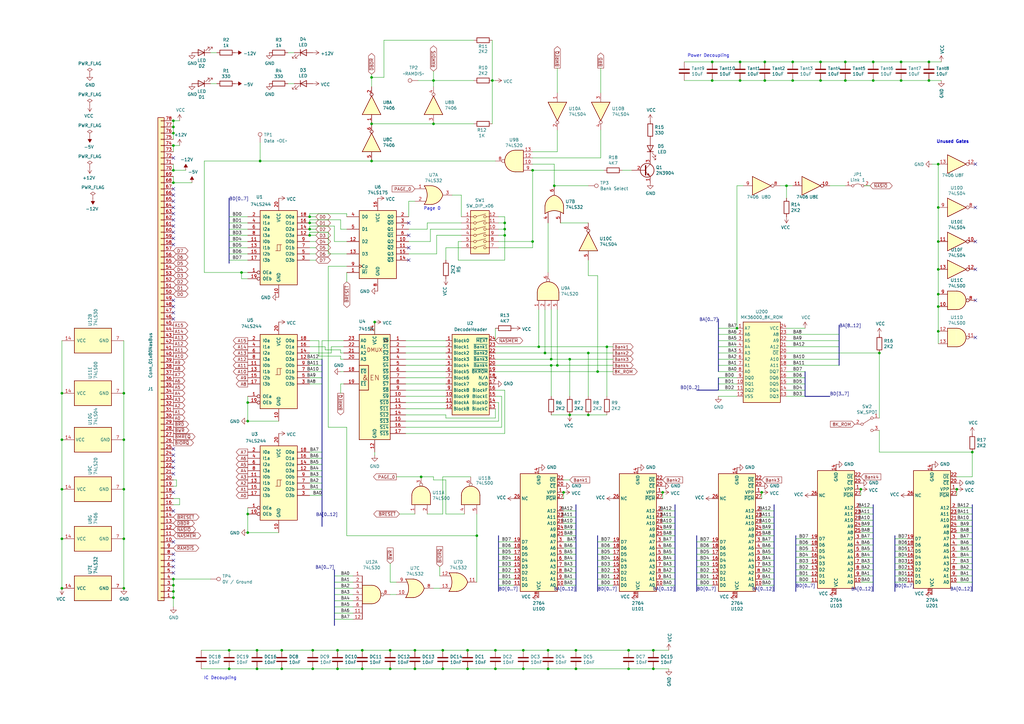
<source format=kicad_sch>
(kicad_sch (version 20230121) (generator eeschema)
  (paper "A3")
  (title_block (title "80 Bus EPROM Card") (date "2023-06-23") (rev "2.0.0"))
  (junction (at 231.14 201.93))
  (junction (at 127 91.44))
  (junction (at 25.4 241.3))
  (junction (at 207.01 91.44))
  (junction (at 101.6 165.1))
  (junction (at 71.12 49.53))
  (junction (at 115.57 274.32))
  (junction (at 50.8 220.98))
  (junction (at 71.12 59.69))
  (junction (at 71.12 54.61))
  (junction (at 346.71 25.4))
  (junction (at 233.68 147.32))
  (junction (at 152.4 31.75))
  (junction (at 50.8 241.3))
  (junction (at 71.12 237.49))
  (junction (at 160.02 274.32))
  (junction (at 207.01 96.52))
  (junction (at 128.27 274.32))
  (junction (at 153.67 132.08))
  (junction (at 214.63 274.32))
  (junction (at 226.06 149.86))
  (junction (at 105.41 266.7))
  (junction (at 384.81 110.49))
  (junction (at 358.14 33.02))
  (junction (at 292.1 25.4))
  (junction (at 226.06 147.32))
  (junction (at 228.6 149.86))
  (junction (at 384.81 85.09))
  (junction (at 127 93.98))
  (junction (at 71.12 245.11))
  (junction (at 218.44 99.06))
  (junction (at 138.43 274.32))
  (junction (at 313.69 33.02))
  (junction (at 214.63 266.7))
  (junction (at 181.61 274.32))
  (junction (at 312.42 201.93))
  (junction (at 384.81 120.65))
  (junction (at 292.1 33.02))
  (junction (at 384.81 99.06))
  (junction (at 71.12 240.03))
  (junction (at 398.78 185.42))
  (junction (at 105.41 274.32))
  (junction (at 128.27 266.7))
  (junction (at 267.97 266.7))
  (junction (at 325.12 33.02))
  (junction (at 25.4 161.29))
  (junction (at 236.22 274.32))
  (junction (at 223.52 144.78))
  (junction (at 170.18 274.32))
  (junction (at 384.81 125.73))
  (junction (at 93.98 266.7))
  (junction (at 257.81 266.7))
  (junction (at 322.58 76.2))
  (junction (at 138.43 266.7))
  (junction (at 267.97 274.32))
  (junction (at 177.8 50.8))
  (junction (at 93.98 274.32))
  (junction (at 25.4 180.34))
  (junction (at 101.6 218.44))
  (junction (at 201.93 33.02))
  (junction (at 227.33 76.2))
  (junction (at 71.12 74.93))
  (junction (at 325.12 25.4))
  (junction (at 233.68 170.18))
  (junction (at 384.81 67.31))
  (junction (at 303.53 33.02))
  (junction (at 148.59 266.7))
  (junction (at 50.8 161.29))
  (junction (at 195.58 219.71))
  (junction (at 71.12 69.85))
  (junction (at 369.57 33.02))
  (junction (at 220.98 142.24))
  (junction (at 248.92 142.24))
  (junction (at 224.79 274.32))
  (junction (at 203.2 266.7))
  (junction (at 115.57 266.7))
  (junction (at 257.81 274.32))
  (junction (at 203.2 274.32))
  (junction (at 241.3 144.78))
  (junction (at 218.44 69.85))
  (junction (at 392.43 200.66))
  (junction (at 127 96.52))
  (junction (at 152.4 66.04))
  (junction (at 236.22 266.7))
  (junction (at 245.11 152.4))
  (junction (at 50.8 200.66))
  (junction (at 346.71 33.02))
  (junction (at 358.14 25.4))
  (junction (at 369.57 25.4))
  (junction (at 71.12 52.07))
  (junction (at 101.6 172.72))
  (junction (at 271.78 201.93))
  (junction (at 172.72 195.58))
  (junction (at 25.4 220.98))
  (junction (at 381 33.02))
  (junction (at 191.77 274.32))
  (junction (at 160.02 266.7))
  (junction (at 384.81 135.89))
  (junction (at 50.8 180.34))
  (junction (at 360.68 144.78))
  (junction (at 302.26 134.62))
  (junction (at 191.77 266.7))
  (junction (at 224.79 266.7))
  (junction (at 353.06 200.66))
  (junction (at 241.3 170.18))
  (junction (at 101.6 210.82))
  (junction (at 381 25.4))
  (junction (at 313.69 25.4))
  (junction (at 303.53 25.4))
  (junction (at 99.06 111.76))
  (junction (at 170.18 266.7))
  (junction (at 71.12 242.57))
  (junction (at 25.4 200.66))
  (junction (at 127 88.9))
  (junction (at 177.8 33.02))
  (junction (at 181.61 266.7))
  (junction (at 106.68 66.04))
  (junction (at 207.01 93.98))
  (junction (at 336.55 33.02))
  (junction (at 152.4 50.8))
  (junction (at 148.59 274.32))
  (junction (at 336.55 25.4))
  (no_connect (at 71.12 128.27))
  (no_connect (at 71.12 95.25))
  (no_connect (at 71.12 90.17))
  (no_connect (at 400.05 110.49))
  (no_connect (at 71.12 186.69))
  (no_connect (at 71.12 97.79))
  (no_connect (at 71.12 123.19))
  (no_connect (at 167.64 91.44))
  (no_connect (at 167.64 96.52))
  (no_connect (at 71.12 80.01))
  (no_connect (at 71.12 64.77))
  (no_connect (at 71.12 100.33))
  (no_connect (at 71.12 234.95))
  (no_connect (at 71.12 130.81))
  (no_connect (at 71.12 232.41))
  (no_connect (at 71.12 184.15))
  (no_connect (at 71.12 209.55))
  (no_connect (at 71.12 77.47))
  (no_connect (at 71.12 82.55))
  (no_connect (at 400.05 138.43))
  (no_connect (at 400.05 85.09))
  (no_connect (at 71.12 189.23))
  (no_connect (at 71.12 222.25))
  (no_connect (at 71.12 125.73))
  (no_connect (at 167.64 106.68))
  (no_connect (at 400.05 67.31))
  (no_connect (at 71.12 227.33))
  (no_connect (at 400.05 123.19))
  (no_connect (at 71.12 85.09))
  (no_connect (at 71.12 201.93))
  (no_connect (at 71.12 92.71))
  (no_connect (at 167.64 101.6))
  (no_connect (at 71.12 229.87))
  (no_connect (at 71.12 194.31))
  (no_connect (at 71.12 191.77))
  (no_connect (at 71.12 87.63))
  (no_connect (at 400.05 99.06))
  (wire (pts (xy 392.43 220.98) (xy 398.78 220.98)))
  (wire (pts (xy 231.14 222.25) (xy 236.22 222.25)))
  (wire (pts (xy 134.62 109.22) (xy 134.62 175.26)))
  (wire (pts (xy 170.18 210.82) (xy 163.83 210.82)))
  (wire (pts (xy 177.8 195.58) (xy 172.72 195.58)))
  (wire (pts (xy 88.9 34.29) (xy 86.36 34.29)))
  (wire (pts (xy 152.4 30.48) (xy 152.4 31.75)))
  (wire (pts (xy 259.08 69.85) (xy 255.27 69.85)))
  (wire (pts (xy 322.58 157.48) (xy 330.2 157.48)))
  (wire (pts (xy 127 185.42) (xy 132.08 185.42)))
  (wire (pts (xy 322.58 81.28) (xy 322.58 76.2)))
  (wire (pts (xy 325.12 33.02) (xy 336.55 33.02)))
  (wire (pts (xy 392.43 215.9) (xy 398.78 215.9)))
  (wire (pts (xy 384.81 135.89) (xy 384.81 140.97)))
  (wire (pts (xy 231.14 214.63) (xy 236.22 214.63)))
  (wire (pts (xy 224.79 266.7) (xy 236.22 266.7)))
  (wire (pts (xy 207.01 96.52) (xy 207.01 93.98)))
  (wire (pts (xy 180.34 232.41) (xy 180.34 236.22)))
  (wire (pts (xy 231.14 227.33) (xy 236.22 227.33)))
  (wire (pts (xy 384.81 110.49) (xy 384.81 120.65)))
  (bus (pts (xy 245.11 219.71) (xy 245.11 242.57)))
  (wire (pts (xy 83.82 66.04) (xy 106.68 66.04)))
  (wire (pts (xy 182.88 170.18) (xy 182.88 171.45)))
  (wire (pts (xy 384.81 99.06) (xy 384.81 110.49)))
  (bus (pts (xy 398.78 242.57) (xy 398.78 207.01)))
  (wire (pts (xy 332.74 231.14) (xy 326.39 231.14)))
  (wire (pts (xy 302.26 134.62) (xy 302.26 76.2)))
  (wire (pts (xy 322.58 134.62) (xy 330.2 134.62)))
  (wire (pts (xy 332.74 223.52) (xy 326.39 223.52)))
  (wire (pts (xy 153.67 132.08) (xy 153.67 137.16)))
  (wire (pts (xy 166.37 172.72) (xy 204.47 172.72)))
  (wire (pts (xy 139.7 143.51) (xy 139.7 144.78)))
  (wire (pts (xy 346.71 76.2) (xy 340.36 76.2)))
  (wire (pts (xy 101.6 93.98) (xy 93.98 93.98)))
  (wire (pts (xy 101.6 104.14) (xy 93.98 104.14)))
  (wire (pts (xy 152.4 66.04) (xy 203.2 66.04)))
  (wire (pts (xy 130.81 139.7) (xy 130.81 146.05)))
  (wire (pts (xy 203.2 171.45) (xy 203.2 167.64)))
  (wire (pts (xy 210.82 222.25) (xy 204.47 222.25)))
  (wire (pts (xy 231.14 234.95) (xy 236.22 234.95)))
  (wire (pts (xy 114.3 218.44) (xy 101.6 218.44)))
  (wire (pts (xy 127 93.98) (xy 127 92.71)))
  (wire (pts (xy 204.47 165.1) (xy 203.2 165.1)))
  (wire (pts (xy 302.26 76.2) (xy 304.8 76.2)))
  (wire (pts (xy 82.55 266.7) (xy 93.98 266.7)))
  (wire (pts (xy 172.72 195.58) (xy 162.56 195.58)))
  (wire (pts (xy 166.37 139.7) (xy 182.88 139.7)))
  (wire (pts (xy 210.82 234.95) (xy 204.47 234.95)))
  (wire (pts (xy 166.37 152.4) (xy 182.88 152.4)))
  (wire (pts (xy 71.12 245.11) (xy 71.12 242.57)))
  (wire (pts (xy 25.4 161.29) (xy 25.4 139.7)))
  (bus (pts (xy 358.14 242.57) (xy 358.14 207.01)))
  (wire (pts (xy 177.8 29.21) (xy 177.8 33.02)))
  (wire (pts (xy 271.78 240.03) (xy 276.86 240.03)))
  (wire (pts (xy 353.06 210.82) (xy 358.14 210.82)))
  (wire (pts (xy 181.61 266.7) (xy 191.77 266.7)))
  (wire (pts (xy 233.68 170.18) (xy 241.3 170.18)))
  (wire (pts (xy 181.61 195.58) (xy 181.61 210.82)))
  (wire (pts (xy 312.42 229.87) (xy 317.5 229.87)))
  (wire (pts (xy 251.46 224.79) (xy 245.11 224.79)))
  (wire (pts (xy 166.37 162.56) (xy 182.88 162.56)))
  (wire (pts (xy 369.57 25.4) (xy 381 25.4)))
  (wire (pts (xy 224.79 111.76) (xy 224.79 91.44)))
  (bus (pts (xy 367.03 219.71) (xy 367.03 242.57)))
  (wire (pts (xy 101.6 99.06) (xy 93.98 99.06)))
  (wire (pts (xy 228.6 62.23) (xy 218.44 62.23)))
  (wire (pts (xy 332.74 236.22) (xy 326.39 236.22)))
  (wire (pts (xy 207.01 160.02) (xy 203.2 160.02)))
  (wire (pts (xy 166.37 175.26) (xy 205.74 175.26)))
  (wire (pts (xy 71.12 204.47) (xy 73.66 204.47)))
  (wire (pts (xy 292.1 237.49) (xy 285.75 237.49)))
  (wire (pts (xy 170.18 266.7) (xy 181.61 266.7)))
  (wire (pts (xy 166.37 144.78) (xy 182.88 144.78)))
  (wire (pts (xy 251.46 222.25) (xy 245.11 222.25)))
  (wire (pts (xy 127 88.9) (xy 129.54 88.9)))
  (wire (pts (xy 271.78 222.25) (xy 276.86 222.25)))
  (wire (pts (xy 134.62 109.22) (xy 142.24 109.22)))
  (wire (pts (xy 231.14 224.79) (xy 236.22 224.79)))
  (wire (pts (xy 205.74 162.56) (xy 203.2 162.56)))
  (wire (pts (xy 231.14 237.49) (xy 236.22 237.49)))
  (wire (pts (xy 322.58 137.16) (xy 344.17 137.16)))
  (wire (pts (xy 127 88.9) (xy 127 87.63)))
  (bus (pts (xy 285.75 219.71) (xy 285.75 242.57)))
  (wire (pts (xy 73.66 49.53) (xy 71.12 49.53)))
  (wire (pts (xy 228.6 149.86) (xy 226.06 149.86)))
  (wire (pts (xy 294.64 162.56) (xy 302.26 162.56)))
  (wire (pts (xy 353.06 228.6) (xy 358.14 228.6)))
  (wire (pts (xy 128.27 274.32) (xy 138.43 274.32)))
  (wire (pts (xy 218.44 99.06) (xy 218.44 69.85)))
  (wire (pts (xy 246.38 53.34) (xy 246.38 64.77)))
  (wire (pts (xy 312.42 204.47) (xy 312.42 201.93)))
  (bus (pts (xy 330.2 162.56) (xy 340.36 162.56)))
  (wire (pts (xy 78.74 74.93) (xy 71.12 74.93)))
  (wire (pts (xy 392.43 208.28) (xy 398.78 208.28)))
  (bus (pts (xy 204.47 219.71) (xy 204.47 242.57)))
  (wire (pts (xy 71.12 54.61) (xy 71.12 52.07)))
  (wire (pts (xy 294.64 152.4) (xy 302.26 152.4)))
  (wire (pts (xy 360.68 171.45) (xy 360.68 144.78)))
  (wire (pts (xy 181.61 195.58) (xy 193.04 195.58)))
  (wire (pts (xy 353.06 220.98) (xy 358.14 220.98)))
  (wire (pts (xy 231.14 229.87) (xy 236.22 229.87)))
  (wire (pts (xy 381 25.4) (xy 386.08 25.4)))
  (wire (pts (xy 228.6 53.34) (xy 228.6 62.23)))
  (wire (pts (xy 207.01 96.52) (xy 207.01 106.68)))
  (wire (pts (xy 336.55 25.4) (xy 346.71 25.4)))
  (wire (pts (xy 223.52 144.78) (xy 241.3 144.78)))
  (wire (pts (xy 127 91.44) (xy 129.54 91.44)))
  (wire (pts (xy 210.82 224.79) (xy 204.47 224.79)))
  (wire (pts (xy 189.23 93.98) (xy 176.53 93.98)))
  (wire (pts (xy 93.98 274.32) (xy 105.41 274.32)))
  (wire (pts (xy 248.92 142.24) (xy 251.46 142.24)))
  (wire (pts (xy 246.38 27.94) (xy 246.38 38.1)))
  (wire (pts (xy 398.78 195.58) (xy 392.43 195.58)))
  (wire (pts (xy 312.42 222.25) (xy 317.5 222.25)))
  (wire (pts (xy 392.43 236.22) (xy 398.78 236.22)))
  (wire (pts (xy 251.46 227.33) (xy 245.11 227.33)))
  (wire (pts (xy 231.14 212.09) (xy 236.22 212.09)))
  (wire (pts (xy 292.1 224.79) (xy 285.75 224.79)))
  (wire (pts (xy 167.64 82.55) (xy 170.18 82.55)))
  (wire (pts (xy 127 90.17) (xy 139.7 90.17)))
  (wire (pts (xy 71.12 62.23) (xy 71.12 59.69)))
  (wire (pts (xy 105.41 266.7) (xy 115.57 266.7)))
  (wire (pts (xy 144.78 248.92) (xy 137.16 248.92)))
  (wire (pts (xy 292.1 229.87) (xy 285.75 229.87)))
  (wire (pts (xy 120.65 34.29) (xy 118.11 34.29)))
  (wire (pts (xy 101.6 162.56) (xy 101.6 165.1)))
  (wire (pts (xy 93.98 266.7) (xy 105.41 266.7)))
  (bus (pts (xy 330.2 152.4) (xy 330.2 162.56)))
  (wire (pts (xy 226.06 149.86) (xy 226.06 162.56)))
  (wire (pts (xy 134.62 95.25) (xy 134.62 104.14)))
  (wire (pts (xy 218.44 99.06) (xy 204.47 99.06)))
  (wire (pts (xy 218.44 101.6) (xy 218.44 99.06)))
  (wire (pts (xy 127 157.48) (xy 132.08 157.48)))
  (wire (pts (xy 353.06 233.68) (xy 358.14 233.68)))
  (wire (pts (xy 127 193.04) (xy 132.08 193.04)))
  (wire (pts (xy 127 104.14) (xy 129.54 104.14)))
  (wire (pts (xy 303.53 33.02) (xy 313.69 33.02)))
  (wire (pts (xy 312.42 214.63) (xy 317.5 214.63)))
  (wire (pts (xy 360.68 176.53) (xy 360.68 185.42)))
  (wire (pts (xy 392.43 226.06) (xy 398.78 226.06)))
  (wire (pts (xy 177.8 33.02) (xy 177.8 35.56)))
  (wire (pts (xy 157.48 16.51) (xy 194.31 16.51)))
  (wire (pts (xy 312.42 224.79) (xy 317.5 224.79)))
  (wire (pts (xy 189.23 80.01) (xy 185.42 80.01)))
  (wire (pts (xy 167.64 88.9) (xy 167.64 82.55)))
  (wire (pts (xy 210.82 240.03) (xy 204.47 240.03)))
  (wire (pts (xy 312.42 209.55) (xy 317.5 209.55)))
  (wire (pts (xy 292.1 25.4) (xy 303.53 25.4)))
  (wire (pts (xy 223.52 127) (xy 223.52 144.78)))
  (wire (pts (xy 346.71 25.4) (xy 358.14 25.4)))
  (wire (pts (xy 160.02 266.7) (xy 170.18 266.7)))
  (wire (pts (xy 207.01 91.44) (xy 207.01 88.9)))
  (wire (pts (xy 166.37 160.02) (xy 182.88 160.02)))
  (wire (pts (xy 384.81 85.09) (xy 384.81 99.06)))
  (wire (pts (xy 191.77 274.32) (xy 203.2 274.32)))
  (wire (pts (xy 135.89 142.24) (xy 140.97 142.24)))
  (wire (pts (xy 313.69 33.02) (xy 325.12 33.02)))
  (wire (pts (xy 251.46 229.87) (xy 245.11 229.87)))
  (wire (pts (xy 381 33.02) (xy 386.08 33.02)))
  (wire (pts (xy 251.46 234.95) (xy 245.11 234.95)))
  (wire (pts (xy 271.78 234.95) (xy 276.86 234.95)))
  (wire (pts (xy 241.3 170.18) (xy 248.92 170.18)))
  (wire (pts (xy 73.66 207.01) (xy 71.12 207.01)))
  (wire (pts (xy 204.47 101.6) (xy 218.44 101.6)))
  (wire (pts (xy 71.12 248.92) (xy 71.12 245.11)))
  (wire (pts (xy 157.48 31.75) (xy 152.4 31.75)))
  (wire (pts (xy 166.37 165.1) (xy 182.88 165.1)))
  (wire (pts (xy 226.06 127) (xy 226.06 147.32)))
  (wire (pts (xy 382.27 67.31) (xy 384.81 67.31)))
  (wire (pts (xy 292.1 240.03) (xy 285.75 240.03)))
  (wire (pts (xy 294.64 160.02) (xy 302.26 160.02)))
  (wire (pts (xy 358.14 33.02) (xy 369.57 33.02)))
  (wire (pts (xy 137.16 99.06) (xy 142.24 99.06)))
  (wire (pts (xy 271.78 212.09) (xy 276.86 212.09)))
  (wire (pts (xy 294.64 139.7) (xy 302.26 139.7)))
  (wire (pts (xy 127 152.4) (xy 132.08 152.4)))
  (wire (pts (xy 71.12 69.85) (xy 71.12 67.31)))
  (wire (pts (xy 353.06 231.14) (xy 358.14 231.14)))
  (wire (pts (xy 195.58 219.71) (xy 195.58 210.82)))
  (wire (pts (xy 372.11 238.76) (xy 367.03 238.76)))
  (wire (pts (xy 231.14 217.17) (xy 236.22 217.17)))
  (wire (pts (xy 358.14 25.4) (xy 369.57 25.4)))
  (wire (pts (xy 294.64 147.32) (xy 302.26 147.32)))
  (wire (pts (xy 392.43 238.76) (xy 398.78 238.76)))
  (wire (pts (xy 138.43 266.7) (xy 148.59 266.7)))
  (wire (pts (xy 267.97 266.7) (xy 274.32 266.7)))
  (wire (pts (xy 139.7 161.29) (xy 139.7 157.48)))
  (wire (pts (xy 83.82 66.04) (xy 83.82 111.76)))
  (wire (pts (xy 127 99.06) (xy 129.54 99.06)))
  (wire (pts (xy 127 91.44) (xy 127 90.17)))
  (wire (pts (xy 195.58 238.76) (xy 195.58 219.71)))
  (bus (pts (xy 276.86 242.57) (xy 276.86 207.01)))
  (wire (pts (xy 280.67 25.4) (xy 292.1 25.4)))
  (wire (pts (xy 292.1 33.02) (xy 303.53 33.02)))
  (wire (pts (xy 187.96 99.06) (xy 189.23 99.06)))
  (wire (pts (xy 99.06 114.3) (xy 99.06 111.76)))
  (wire (pts (xy 322.58 154.94) (xy 330.2 154.94)))
  (wire (pts (xy 271.78 224.79) (xy 276.86 224.79)))
  (wire (pts (xy 142.24 87.63) (xy 142.24 88.9)))
  (wire (pts (xy 50.8 220.98) (xy 50.8 200.66)))
  (wire (pts (xy 127 87.63) (xy 142.24 87.63)))
  (wire (pts (xy 25.4 241.3) (xy 25.4 220.98)))
  (bus (pts (xy 236.22 242.57) (xy 236.22 207.01)))
  (wire (pts (xy 231.14 240.03) (xy 236.22 240.03)))
  (wire (pts (xy 71.12 52.07) (xy 71.12 49.53)))
  (wire (pts (xy 210.82 232.41) (xy 204.47 232.41)))
  (wire (pts (xy 160.02 243.84) (xy 162.56 243.84)))
  (wire (pts (xy 332.74 228.6) (xy 326.39 228.6)))
  (wire (pts (xy 127 139.7) (xy 130.81 139.7)))
  (wire (pts (xy 120.65 21.59) (xy 118.11 21.59)))
  (wire (pts (xy 220.98 142.24) (xy 248.92 142.24)))
  (wire (pts (xy 166.37 142.24) (xy 182.88 142.24)))
  (bus (pts (xy 294.64 160.02) (xy 285.75 160.02)))
  (wire (pts (xy 294.64 134.62) (xy 302.26 134.62)))
  (wire (pts (xy 271.78 214.63) (xy 276.86 214.63)))
  (wire (pts (xy 203.2 142.24) (xy 220.98 142.24)))
  (wire (pts (xy 231.14 219.71) (xy 236.22 219.71)))
  (wire (pts (xy 139.7 90.17) (xy 139.7 93.98)))
  (wire (pts (xy 245.11 152.4) (xy 245.11 113.03)))
  (wire (pts (xy 142.24 175.26) (xy 142.24 219.71)))
  (wire (pts (xy 114.3 172.72) (xy 101.6 172.72)))
  (wire (pts (xy 294.64 144.78) (xy 302.26 144.78)))
  (wire (pts (xy 139.7 147.32) (xy 140.97 147.32)))
  (wire (pts (xy 271.78 217.17) (xy 276.86 217.17)))
  (wire (pts (xy 241.3 144.78) (xy 241.3 162.56)))
  (wire (pts (xy 133.35 142.24) (xy 133.35 143.51)))
  (wire (pts (xy 322.58 152.4) (xy 330.2 152.4)))
  (bus (pts (xy 317.5 242.57) (xy 317.5 207.01)))
  (wire (pts (xy 101.6 165.1) (xy 101.6 172.72)))
  (wire (pts (xy 130.81 146.05) (xy 139.7 146.05)))
  (wire (pts (xy 144.78 243.84) (xy 137.16 243.84)))
  (wire (pts (xy 189.23 91.44) (xy 175.26 91.44)))
  (wire (pts (xy 105.41 274.32) (xy 115.57 274.32)))
  (wire (pts (xy 353.06 223.52) (xy 358.14 223.52)))
  (wire (pts (xy 127 187.96) (xy 132.08 187.96)))
  (wire (pts (xy 171.45 33.02) (xy 177.8 33.02)))
  (wire (pts (xy 25.4 220.98) (xy 25.4 200.66)))
  (wire (pts (xy 191.77 266.7) (xy 203.2 266.7)))
  (wire (pts (xy 127 142.24) (xy 133.35 142.24)))
  (wire (pts (xy 166.37 177.8) (xy 207.01 177.8)))
  (wire (pts (xy 177.8 50.8) (xy 194.31 50.8)))
  (wire (pts (xy 353.06 208.28) (xy 358.14 208.28)))
  (wire (pts (xy 144.78 246.38) (xy 137.16 246.38)))
  (wire (pts (xy 101.6 114.3) (xy 99.06 114.3)))
  (wire (pts (xy 257.81 274.32) (xy 267.97 274.32)))
  (wire (pts (xy 72.39 196.85) (xy 72.39 199.39)))
  (wire (pts (xy 257.81 266.7) (xy 267.97 266.7)))
  (wire (pts (xy 203.2 149.86) (xy 226.06 149.86)))
  (wire (pts (xy 127 198.12) (xy 132.08 198.12)))
  (wire (pts (xy 25.4 200.66) (xy 25.4 180.34)))
  (wire (pts (xy 144.78 251.46) (xy 137.16 251.46)))
  (wire (pts (xy 322.58 139.7) (xy 344.17 139.7)))
  (wire (pts (xy 246.38 64.77) (xy 218.44 64.77)))
  (wire (pts (xy 312.42 212.09) (xy 317.5 212.09)))
  (wire (pts (xy 162.56 238.76) (xy 160.02 238.76)))
  (wire (pts (xy 133.35 143.51) (xy 139.7 143.51)))
  (wire (pts (xy 83.82 111.76) (xy 99.06 111.76)))
  (wire (pts (xy 101.6 106.68) (xy 93.98 106.68)))
  (wire (pts (xy 312.42 217.17) (xy 317.5 217.17)))
  (wire (pts (xy 71.12 196.85) (xy 72.39 196.85)))
  (wire (pts (xy 392.43 203.2) (xy 392.43 200.66)))
  (wire (pts (xy 175.26 93.98) (xy 167.64 93.98)))
  (wire (pts (xy 346.71 33.02) (xy 358.14 33.02)))
  (wire (pts (xy 322.58 149.86) (xy 344.17 149.86)))
  (wire (pts (xy 127 144.78) (xy 135.89 144.78)))
  (wire (pts (xy 271.78 232.41) (xy 276.86 232.41)))
  (wire (pts (xy 201.93 33.02) (xy 201.93 50.8)))
  (wire (pts (xy 144.78 254) (xy 137.16 254)))
  (wire (pts (xy 372.11 233.68) (xy 367.03 233.68)))
  (wire (pts (xy 182.88 210.82) (xy 182.88 196.85)))
  (wire (pts (xy 203.2 266.7) (xy 214.63 266.7)))
  (wire (pts (xy 182.88 171.45) (xy 203.2 171.45)))
  (wire (pts (xy 228.6 149.86) (xy 251.46 149.86)))
  (wire (pts (xy 218.44 67.31) (xy 227.33 67.31)))
  (wire (pts (xy 267.97 274.32) (xy 274.32 274.32)))
  (wire (pts (xy 207.01 88.9) (xy 204.47 88.9)))
  (wire (pts (xy 322.58 76.2) (xy 325.12 76.2)))
  (wire (pts (xy 372.11 223.52) (xy 367.03 223.52)))
  (wire (pts (xy 101.6 96.52) (xy 93.98 96.52)))
  (wire (pts (xy 207.01 91.44) (xy 207.01 93.98)))
  (wire (pts (xy 139.7 93.98) (xy 142.24 93.98)))
  (wire (pts (xy 384.81 67.31) (xy 384.81 85.09)))
  (wire (pts (xy 139.7 152.4) (xy 140.97 152.4)))
  (wire (pts (xy 142.24 219.71) (xy 195.58 219.71)))
  (wire (pts (xy 106.68 66.04) (xy 152.4 66.04)))
  (wire (pts (xy 241.3 144.78) (xy 251.46 144.78)))
  (wire (pts (xy 166.37 157.48) (xy 182.88 157.48)))
  (wire (pts (xy 190.5 210.82) (xy 182.88 210.82)))
  (wire (pts (xy 166.37 154.94) (xy 182.88 154.94)))
  (wire (pts (xy 201.93 16.51) (xy 201.93 33.02)))
  (wire (pts (xy 313.69 25.4) (xy 325.12 25.4)))
  (wire (pts (xy 144.78 236.22) (xy 137.16 236.22)))
  (wire (pts (xy 372.11 231.14) (xy 367.03 231.14)))
  (wire (pts (xy 228.6 27.94) (xy 228.6 38.1)))
  (wire (pts (xy 392.43 223.52) (xy 398.78 223.52)))
  (wire (pts (xy 294.64 137.16) (xy 302.26 137.16)))
  (wire (pts (xy 336.55 33.02) (xy 346.71 33.02)))
  (wire (pts (xy 71.12 59.69) (xy 73.66 59.69)))
  (wire (pts (xy 369.57 33.02) (xy 381 33.02)))
  (wire (pts (xy 210.82 229.87) (xy 204.47 229.87)))
  (wire (pts (xy 312.42 234.95) (xy 317.5 234.95)))
  (bus (pts (xy 93.98 107.95) (xy 93.98 81.28)))
  (wire (pts (xy 127 203.2) (xy 132.08 203.2)))
  (wire (pts (xy 207.01 91.44) (xy 204.47 91.44)))
  (wire (pts (xy 204.47 172.72) (xy 204.47 165.1)))
  (wire (pts (xy 73.66 204.47) (xy 73.66 207.01)))
  (wire (pts (xy 392.43 218.44) (xy 398.78 218.44)))
  (wire (pts (xy 50.8 241.3) (xy 50.8 220.98)))
  (wire (pts (xy 203.2 139.7) (xy 203.2 134.62)))
  (wire (pts (xy 245.11 152.4) (xy 251.46 152.4)))
  (wire (pts (xy 134.62 175.26) (xy 142.24 175.26)))
  (wire (pts (xy 236.22 274.32) (xy 257.81 274.32)))
  (wire (pts (xy 106.68 58.42) (xy 106.68 66.04)))
  (wire (pts (xy 115.57 266.7) (xy 128.27 266.7)))
  (wire (pts (xy 207.01 177.8) (xy 207.01 160.02)))
  (bus (pts (xy 132.08 147.32) (xy 132.08 215.9)))
  (wire (pts (xy 127 154.94) (xy 132.08 154.94)))
  (wire (pts (xy 392.43 233.68) (xy 398.78 233.68)))
  (wire (pts (xy 354.33 76.2) (xy 356.87 76.2)))
  (wire (pts (xy 392.43 210.82) (xy 398.78 210.82)))
  (wire (pts (xy 322.58 160.02) (xy 330.2 160.02)))
  (wire (pts (xy 312.42 237.49) (xy 317.5 237.49)))
  (wire (pts (xy 76.2 69.85) (xy 71.12 69.85)))
  (wire (pts (xy 203.2 147.32) (xy 226.06 147.32)))
  (wire (pts (xy 101.6 88.9) (xy 93.98 88.9)))
  (wire (pts (xy 229.87 91.44) (xy 241.3 91.44)))
  (wire (pts (xy 144.78 241.3) (xy 137.16 241.3)))
  (wire (pts (xy 101.6 218.44) (xy 101.6 210.82)))
  (wire (pts (xy 228.6 127) (xy 228.6 149.86)))
  (wire (pts (xy 312.42 232.41) (xy 317.5 232.41)))
  (wire (pts (xy 303.53 25.4) (xy 313.69 25.4)))
  (wire (pts (xy 292.1 222.25) (xy 285.75 222.25)))
  (wire (pts (xy 127 106.68) (xy 129.54 106.68)))
  (wire (pts (xy 294.64 142.24) (xy 302.26 142.24)))
  (wire (pts (xy 251.46 240.03) (xy 245.11 240.03)))
  (wire (pts (xy 127 190.5) (xy 132.08 190.5)))
  (wire (pts (xy 82.55 274.32) (xy 93.98 274.32)))
  (wire (pts (xy 210.82 227.33) (xy 204.47 227.33)))
  (wire (pts (xy 177.8 241.3) (xy 180.34 241.3)))
  (wire (pts (xy 353.06 203.2) (xy 353.06 200.66)))
  (wire (pts (xy 132.08 139.7) (xy 132.08 147.32)))
  (wire (pts (xy 127 195.58) (xy 132.08 195.58)))
  (wire (pts (xy 139.7 157.48) (xy 140.97 157.48)))
  (wire (pts (xy 170.18 274.32) (xy 181.61 274.32)))
  (wire (pts (xy 71.12 242.57) (xy 71.12 240.03)))
  (wire (pts (xy 226.06 147.32) (xy 233.68 147.32)))
  (wire (pts (xy 25.4 180.34) (xy 25.4 161.29)))
  (wire (pts (xy 177.8 196.85) (xy 177.8 195.58)))
  (wire (pts (xy 353.06 236.22) (xy 358.14 236.22)))
  (wire (pts (xy 101.6 210.82) (xy 101.6 208.28)))
  (wire (pts (xy 245.11 113.03) (xy 241.3 113.03)))
  (wire (pts (xy 353.06 218.44) (xy 358.14 218.44)))
  (wire (pts (xy 353.06 226.06) (xy 358.14 226.06)))
  (wire (pts (xy 128.27 266.7) (xy 138.43 266.7)))
  (wire (pts (xy 201.93 33.02) (xy 203.2 33.02)))
  (bus (pts (xy 294.64 154.94) (xy 294.64 160.02)))
  (wire (pts (xy 292.1 227.33) (xy 285.75 227.33)))
  (wire (pts (xy 160.02 238.76) (xy 160.02 231.14)))
  (wire (pts (xy 132.08 139.7) (xy 140.97 139.7)))
  (wire (pts (xy 204.47 96.52) (xy 207.01 96.52)))
  (wire (pts (xy 181.61 274.32) (xy 191.77 274.32)))
  (wire (pts (xy 71.12 237.49) (xy 86.36 237.49)))
  (wire (pts (xy 231.14 209.55) (xy 236.22 209.55)))
  (wire (pts (xy 320.04 76.2) (xy 322.58 76.2)))
  (wire (pts (xy 332.74 220.98) (xy 326.39 220.98)))
  (wire (pts (xy 148.59 266.7) (xy 160.02 266.7)))
  (wire (pts (xy 251.46 232.41) (xy 245.11 232.41)))
  (wire (pts (xy 214.63 274.32) (xy 224.79 274.32)))
  (wire (pts (xy 322.58 142.24) (xy 344.17 142.24)))
  (wire (pts (xy 210.82 237.49) (xy 204.47 237.49)))
  (wire (pts (xy 294.64 157.48) (xy 302.26 157.48)))
  (wire (pts (xy 71.12 57.15) (xy 71.12 54.61)))
  (wire (pts (xy 372.11 228.6) (xy 367.03 228.6)))
  (wire (pts (xy 372.11 236.22) (xy 367.03 236.22)))
  (wire (pts (xy 372.11 226.06) (xy 367.03 226.06)))
  (wire (pts (xy 372.11 220.98) (xy 367.03 220.98)))
  (wire (pts (xy 322.58 162.56) (xy 330.2 162.56)))
  (wire (pts (xy 176.53 93.98) (xy 176.53 99.06)))
  (wire (pts (xy 226.06 170.18) (xy 233.68 170.18)))
  (wire (pts (xy 137.16 92.71) (xy 137.16 99.06)))
  (wire (pts (xy 127 92.71) (xy 137.16 92.71)))
  (wire (pts (xy 50.8 200.66) (xy 50.8 180.34)))
  (wire (pts (xy 50.8 180.34) (xy 50.8 161.29)))
  (wire (pts (xy 207.01 106.68) (xy 187.96 106.68)))
  (wire (pts (xy 160.02 274.32) (xy 170.18 274.32)))
  (wire (pts (xy 224.79 274.32) (xy 236.22 274.32)))
  (wire (pts (xy 142.24 111.76) (xy 142.24 115.57)))
  (wire (pts (xy 50.8 161.29) (xy 50.8 139.7)))
  (wire (pts (xy 392.43 213.36) (xy 398.78 213.36)))
  (wire (pts (xy 227.33 67.31) (xy 227.33 76.2)))
  (wire (pts (xy 384.81 125.73) (xy 384.81 135.89)))
  (wire (pts (xy 248.92 142.24) (xy 248.92 162.56)))
  (wire (pts (xy 214.63 266.7) (xy 224.79 266.7)))
  (bus (pts (xy 294.64 130.81) (xy 294.64 152.4)))
  (wire (pts (xy 139.7 144.78) (xy 140.97 144.78)))
  (wire (pts (xy 138.43 274.32) (xy 148.59 274.32)))
  (wire (pts (xy 203.2 152.4) (xy 245.11 152.4)))
  (wire (pts (xy 127 149.86) (xy 132.08 149.86)))
  (wire (pts (xy 144.78 238.76) (xy 137.16 238.76)))
  (wire (pts (xy 153.67 185.42) (xy 153.67 186.69)))
  (wire (pts (xy 182.88 196.85) (xy 177.8 196.85)))
  (wire (pts (xy 332.74 233.68) (xy 326.39 233.68)))
  (wire (pts (xy 353.06 238.76) (xy 358.14 238.76)))
  (wire (pts (xy 325.12 25.4) (xy 336.55 25.4)))
  (wire (pts (xy 271.78 209.55) (xy 276.86 209.55)))
  (wire (pts (xy 294.64 149.86) (xy 302.26 149.86)))
  (wire (pts (xy 152.4 50.8) (xy 177.8 50.8)))
  (wire (pts (xy 157.48 16.51) (xy 157.48 31.75)))
  (wire (pts (xy 166.37 170.18) (xy 182.88 170.18)))
  (wire (pts (xy 179.07 96.52) (xy 179.07 104.14)))
  (wire (pts (xy 231.14 232.41) (xy 236.22 232.41)))
  (wire (pts (xy 166.37 167.64) (xy 182.88 167.64)))
  (wire (pts (xy 179.07 96.52) (xy 189.23 96.52)))
  (wire (pts (xy 182.88 101.6) (xy 189.23 101.6)))
  (wire (pts (xy 271.78 237.49) (xy 276.86 237.49)))
  (wire (pts (xy 271.78 204.47) (xy 271.78 201.93)))
  (wire (pts (xy 241.3 76.2) (xy 227.33 76.2)))
  (wire (pts (xy 312.42 240.03) (xy 317.5 240.03)))
  (wire (pts (xy 292.1 232.41) (xy 285.75 232.41)))
  (wire (pts (xy 127 95.25) (xy 134.62 95.25)))
  (wire (pts (xy 231.14 196.85) (xy 233.68 196.85)))
  (wire (pts (xy 205.74 175.26) (xy 205.74 162.56)))
  (bus (pts (xy 326.39 219.71) (xy 326.39 242.57)))
  (wire (pts (xy 148.59 274.32) (xy 160.02 274.32)))
  (wire (pts (xy 101.6 91.44) (xy 93.98 91.44)))
  (wire (pts (xy 203.2 144.78) (xy 223.52 144.78)))
  (wire (pts (xy 280.67 33.02) (xy 292.1 33.02)))
  (wire (pts (xy 236.22 266.7) (xy 257.81 266.7)))
  (wire (pts (xy 392.43 231.14) (xy 398.78 231.14)))
  (wire (pts (xy 127 200.66) (xy 132.08 200.66)))
  (wire (pts (xy 247.65 69.85) (xy 218.44 69.85)))
  (wire (pts (xy 127 93.98) (xy 129.54 93.98)))
  (wire (pts (xy 182.88 106.68) (xy 182.88 101.6)))
  (bus (pts (xy 344.17 133.35) (xy 344.17 149.86)))
  (wire (pts (xy 271.78 219.71) (xy 276.86 219.71)))
  (wire (pts (xy 115.57 274.32) (xy 128.27 274.32)))
  (wire (pts (xy 312.42 219.71) (xy 317.5 219.71)))
  (wire (pts (xy 271.78 227.33) (xy 276.86 227.33)))
  (wire (pts (xy 71.12 72.39) (xy 71.12 74.93)))
  (wire (pts (xy 332.74 226.06) (xy 326.39 226.06)))
  (wire (pts (xy 194.31 33.02) (xy 177.8 33.02)))
  (wire (pts (xy 166.37 149.86) (xy 182.88 149.86)))
  (wire (pts (xy 233.68 147.32) (xy 233.68 162.56)))
  (wire (pts (xy 332.74 238.76) (xy 326.39 238.76)))
  (wire (pts (xy 231.14 204.47) (xy 231.14 201.93)))
  (wire (pts (xy 167.64 104.14) (xy 179.07 104.14)))
  (wire (pts (xy 127 96.52) (xy 127 95.25)))
  (wire (pts (xy 398.78 185.42) (xy 398.78 195.58)))
  (wire (pts (xy 135.89 144.78) (xy 135.89 142.24)))
  (wire (pts (xy 241.3 113.03) (xy 241.3 106.68)))
  (wire (pts (xy 353.06 215.9) (xy 358.14 215.9)))
  (bus (pts (xy 137.16 233.68) (xy 137.16 256.54)))
  (wire (pts (xy 322.58 144.78) (xy 360.68 144.78)))
  (wire (pts (xy 353.06 213.36) (xy 358.14 213.36)))
  (wire (pts (xy 203.2 274.32) (xy 214.63 274.32)))
  (wire (pts (xy 207.01 93.98) (xy 204.47 93.98)))
  (wire (pts (xy 360.68 185.42) (xy 398.78 185.42)))
  (wire (pts (xy 101.6 101.6) (xy 93.98 101.6)))
  (wire (pts (xy 251.46 237.49) (xy 245.11 237.49)))
  (wire (pts (xy 233.68 147.32) (xy 251.46 147.32)))
  (wire (pts (xy 127 96.52) (xy 129.54 96.52)))
  (wire (pts (xy 101.6 111.76) (xy 99.06 111.76)))
  (wire (pts (xy 392.43 228.6) (xy 398.78 228.6)))
  (wire (pts (xy 189.23 88.9) (xy 189.23 80.01)))
  (wire (pts (xy 152.4 31.75) (xy 152.4 35.56)))
  (wire (pts (xy 175.26 91.44) (xy 175.26 93.98)))
  (wire (pts (xy 134.62 104.14) (xy 142.24 104.14)))
  (wire (pts (xy 166.37 147.32) (xy 182.88 147.32)))
  (wire (pts (xy 71.12 240.03) (xy 71.12 237.49)))
  (wire (pts (xy 175.26 210.82) (xy 181.61 210.82)))
  (wire (pts (xy 292.1 234.95) (xy 285.75 234.95)))
  (wire (pts (xy 271.78 229.87) (xy 276.86 229.87)))
  (wire (pts (xy 71.12 199.39) (xy 72.39 199.39)))
  (wire (pts (xy 312.42 227.33) (xy 317.5 227.33)))
  (wire (pts (xy 187.96 106.68) (xy 187.96 99.06)))
  (wire (pts (xy 139.7 146.05) (xy 139.7 147.32)))
  (wire (pts (xy 220.98 127) (xy 220.98 142.24)))
  (wire (pts (xy 132.08 147.32) (xy 127 147.32)))
  (wire (pts (xy 127 101.6) (xy 129.54 101.6)))
  (wire (pts (xy 294.64 154.94) (xy 302.26 154.94)))
  (wire (pts (xy 322.58 147.32) (xy 344.17 147.32)))
  (wire (pts (xy 176.53 99.06) (xy 167.64 99.06)))
  (wire (pts (xy 86.36 21.59) (xy 88.9 21.59)))
  (wire (pts (xy 384.81 120.65) (xy 384.81 125.73)))
  (text "Power Decoupling" (at 281.94 23.622 0) (effects (font (size 1.27 1.27)) (justify left bottom)))
  (text "IC Decoupling" (at 83.566 278.892 0) (effects (font (size 1.27 1.27)) (justify left bottom)))
  (text "Unused Gates" (at 384.048 58.928 0) (effects (font (size 1.27 1.27) (thickness 0.254) bold) (justify left bottom)))
  (text "Page 0" (at 173.736 86.36 0) (effects (font (size 1.27 1.27)) (justify left bottom)))
  (label "BD[0..7]" (at 367.03 241.3 0))
  (label "BA6" (at 356.87 223.52 180))
  (label "BA2" (at 127 198.12 0))
  (label "BA5" (at 127 190.5 0))
  (label "BA3" (at 397.51 231.14 180))
  (label "BA6" (at 139.7 251.46 0))
  (label "BD0" (at 95.25 88.9 0))
  (label "BD4" (at 95.25 99.06 0))
  (label "BA2" (at 397.51 233.68 180))
  (label "BA3" (at 275.59 232.41 180))
  (label "BA4" (at 234.95 229.87 180))
  (label "BD5" (at 287.02 227.33 0))
  (label "BD5" (at 246.38 227.33 0))
  (label "BD3" (at 325.12 162.56 0))
  (label "BD4" (at 368.3 228.6 0))
  (label "BA0" (at 128.27 203.2 0))
  (label "BA9" (at 234.95 217.17 180))
  (label "BA4" (at 275.59 229.87 180))
  (label "BD6" (at 327.66 223.52 0))
  (label "BD2" (at 246.38 234.95 0))
  (label "BD5" (at 368.3 226.06 0))
  (label "BA4" (at 316.23 229.87 180))
  (label "BD2" (at 287.02 234.95 0))
  (label "BA1" (at 356.87 236.22 180))
  (label "BA8" (at 397.51 218.44 180))
  (label "BD1" (at 327.66 236.22 0))
  (label "BD6" (at 368.3 223.52 0))
  (label "BD[3..7]" (at 340.36 162.56 0))
  (label "BD7" (at 325.12 152.4 0))
  (label "BA11" (at 316.23 212.09 180))
  (label "BA[0..12]" (at 236.22 242.57 180))
  (label "BA3" (at 234.95 232.41 180))
  (label "BD6" (at 325.12 154.94 0))
  (label "BD4" (at 327.66 228.6 0))
  (label "BA9" (at 129.54 154.94 180))
  (label "BA10" (at 234.95 214.63 180))
  (label "BD1" (at 287.02 237.49 0))
  (label "BA2" (at 139.7 241.3 0))
  (label "BA[0..7]" (at 294.64 132.08 180))
  (label "BA8" (at 325.12 137.16 0))
  (label "BA12" (at 325.12 142.24 0))
  (label "BA11" (at 325.12 149.86 0))
  (label "BA6" (at 127 187.96 0))
  (label "BA8" (at 129.54 157.48 180))
  (label "BA7" (at 139.7 254 0))
  (label "BD1" (at 95.25 91.44 0))
  (label "BD[0..7]" (at 285.75 242.57 0))
  (label "BA0" (at 356.87 238.76 180))
  (label "BA7" (at 232.41 222.25 0))
  (label "BD7" (at 287.02 222.25 0))
  (label "BA0" (at 234.95 240.03 180))
  (label "BA7" (at 271.78 222.25 0))
  (label "BD0" (at 246.38 240.03 0))
  (label "BA12" (at 130.81 147.32 180))
  (label "BD0" (at 368.3 238.76 0))
  (label "BD1" (at 246.38 237.49 0))
  (label "BA6" (at 275.59 224.79 180))
  (label "BA5" (at 298.45 139.7 0))
  (label "BD3" (at 287.02 232.41 0))
  (label "BD3" (at 246.38 232.41 0))
  (label "BD[0..7]" (at 204.47 242.57 0))
  (label "BA1" (at 127 200.66 0))
  (label "BA1" (at 275.59 237.49 180))
  (label "BD4" (at 246.38 229.87 0))
  (label "BA4" (at 139.7 246.38 0))
  (label "BA5" (at 234.95 227.33 180))
  (label "BA10" (at 356.87 213.36 180))
  (label "BD0" (at 327.66 238.76 0))
  (label "BA10" (at 316.23 214.63 180))
  (label "BA1" (at 234.95 237.49 180))
  (label "BA6" (at 298.45 137.16 0))
  (label "BD3" (at 205.74 232.41 0))
  (label "BA5" (at 275.59 227.33 180))
  (label "BA7" (at 393.7 220.98 0))
  (label "BD1" (at 297.18 157.48 0))
  (label "BD7" (at 246.38 222.25 0))
  (label "BD5" (at 205.74 227.33 0))
  (label "BA10" (at 130.81 152.4 180))
  (label "BD3" (at 95.25 96.52 0))
  (label "BA2" (at 316.23 234.95 180))
  (label "BA3" (at 139.7 243.84 0))
  (label "BD6" (at 95.25 104.14 0))
  (label "BA1" (at 316.23 237.49 180))
  (label "BD4" (at 287.02 229.87 0))
  (label "BA4" (at 356.87 228.6 180))
  (label "BD[0..7]" (at 93.98 82.55 0))
  (label "BA0" (at 397.51 238.76 180))
  (label "BA6" (at 234.95 224.79 180))
  (label "BA7" (at 298.45 134.62 0))
  (label "BA10" (at 325.12 147.32 0))
  (label "BA2" (at 356.87 233.68 180))
  (label "BA[0..12]" (at 129.54 212.09 0))
  (label "BA9" (at 275.59 217.17 180))
  (label "BA7" (at 127 185.42 0))
  (label "BA0" (at 316.23 240.03 180))
  (label "BA4" (at 397.51 228.6 180))
  (label "BD5" (at 327.66 226.06 0))
  (label "BA0" (at 298.45 152.4 0))
  (label "BA10" (at 275.59 214.63 180))
  (label "BA12" (at 397.51 208.28 180))
  (label "BA[0..7]" (at 137.16 233.68 180))
  (label "BA1" (at 397.51 236.22 180))
  (label "BA[0..12]" (at 398.78 242.57 180))
  (label "BA11" (at 130.81 149.86 180))
  (label "BD6" (at 287.02 224.79 0))
  (label "BD5" (at 95.25 101.6 0))
  (label "BD7" (at 327.66 220.98 0))
  (label "BA3" (at 316.23 232.41 180))
  (label "BA3" (at 298.45 144.78 0))
  (label "BD2" (at 327.66 233.68 0))
  (label "BA6" (at 397.51 223.52 180))
  (label "BA[8..12]" (at 344.17 134.62 0))
  (label "BA1" (at 298.45 149.86 0))
  (label "BA10" (at 397.51 213.36 180))
  (label "BD1" (at 205.74 237.49 0))
  (label "BA9" (at 397.51 215.9 180))
  (label "BD7" (at 205.74 222.25 0))
  (label "BA3" (at 356.87 231.14 180))
  (label "BD3" (at 327.66 231.14 0))
  (label "BA0" (at 275.59 240.03 180))
  (label "BD2" (at 297.18 160.02 0))
  (label "BA12" (at 356.87 208.28 180))
  (label "BD7" (at 368.3 220.98 0))
  (label "BA1" (at 139.7 238.76 0))
  (label "BA8" (at 316.23 219.71 180))
  (label "BA9" (at 325.12 139.7 0))
  (label "BA8" (at 234.95 219.71 180))
  (label "BA5" (at 356.87 226.06 180))
  (label "BA8" (at 275.59 219.71 180))
  (label "BD1" (at 368.3 236.22 0))
  (label "BA5" (at 139.7 248.92 0))
  (label "BD6" (at 205.74 224.79 0))
  (label "BA9" (at 316.23 217.17 180))
  (label "BA8" (at 356.87 218.44 180))
  (label "BD2" (at 95.25 93.98 0))
  (label "BD7" (at 95.25 106.68 0))
  (label "BA12" (at 234.95 209.55 180))
  (label "BA3" (at 127 195.58 0))
  (label "BA7" (at 353.06 220.98 0))
  (label "BA7" (at 312.42 222.25 0))
  (label "BA12" (at 275.59 209.55 180))
  (label "BA11" (at 397.51 210.82 180))
  (label "BD3" (at 368.3 231.14 0))
  (label "BD0" (at 287.02 240.03 0))
  (label "BD[0..2]" (at 287.02 160.02 180))
  (label "BD6" (at 246.38 224.79 0))
  (label "BD0" (at 297.18 154.94 0))
  (label "BA11" (at 275.59 212.09 180))
  (label "BD[0..7]" (at 245.11 242.57 0))
  (label "BA[0..12]" (at 358.14 242.57 180))
  (label "BA2" (at 275.59 234.95 180))
  (label "BA[0..12]" (at 276.86 242.57 180))
  (label "BD4" (at 325.12 160.02 0))
  (label "BD2" (at 205.74 234.95 0))
  (label "BD5" (at 325.12 157.48 0))
  (label "BD0" (at 205.74 240.03 0))
  (label "BA4" (at 127 193.04 0))
  (label "BA2" (at 298.45 147.32 0))
  (label "BA5" (at 316.23 227.33 180))
  (label "BA9" (at 356.87 215.9 180))
  (label "BA0" (at 139.7 236.22 0))
  (label "BD4" (at 205.74 229.87 0))
  (label "BA2" (at 234.95 234.95 180))
  (label "BD[0..7]" (at 326.39 241.3 0))
  (label "BA4" (at 298.45 142.24 0))
  (label "BD2" (at 368.3 233.68 0))
  (label "BA11" (at 356.87 210.82 180))
  (label "BA5" (at 397.51 226.06 180))
  (label "BA11" (at 234.95 212.09 180))
  (label "BA6" (at 316.23 224.79 180))
  (label "BA12" (at 316.23 209.55 180))
  (label "BA[0..12]" (at 317.5 242.57 180))
  (global_label "~{BMREQ}" (shape output) (at 139.7 161.29 270) (property "Intersheetrefs" "${INTERSHEET_REFS}" (effects hide)))
  (global_label "Bank4" (shape input) (at 353.06 195.58 0) (property "Intersheetrefs" "${INTERSHEET_REFS}" (effects hide)))
  (global_label "A12" (shape output) (at 101.6 147.32 180) (property "Intersheetrefs" "${INTERSHEET_REFS}" (effects hide)))
  (global_label "A7" (shape output) (at 71.12 153.67 0) (property "Intersheetrefs" "${INTERSHEET_REFS}" (effects hide)))
  (global_label "D1" (shape bidirectional) (at 71.12 118.11 0) (property "Intersheetrefs" "${INTERSHEET_REFS}" (effects hide)))
  (global_label "A2" (shape output) (at 71.12 166.37 0) (property "Intersheetrefs" "${INTERSHEET_REFS}" (effects hide)))
  (global_label "A7" (shape output) (at 101.6 185.42 180) (property "Intersheetrefs" "${INTERSHEET_REFS}" (effects hide)))
  (global_label "A11" (shape output) (at 101.6 149.86 180) (property "Intersheetrefs" "${INTERSHEET_REFS}" (effects hide)))
  (global_label "D6" (shape bidirectional) (at 71.12 105.41 0) (property "Intersheetrefs" "${INTERSHEET_REFS}" (effects hide)))
  (global_label "A3" (shape output) (at 101.6 195.58 180) (property "Intersheetrefs" "${INTERSHEET_REFS}" (effects hide)))
  (global_label "A12" (shape output) (at 71.12 140.97 0) (property "Intersheetrefs" "${INTERSHEET_REFS}" (effects hide)))
  (global_label "D4" (shape bidirectional) (at 71.12 110.49 0) (property "Intersheetrefs" "${INTERSHEET_REFS}" (effects hide)))
  (global_label "D2" (shape bidirectional) (at 71.12 115.57 0) (property "Intersheetrefs" "${INTERSHEET_REFS}" (effects hide)))
  (global_label "A13" (shape output) (at 71.12 138.43 0) (property "Intersheetrefs" "${INTERSHEET_REFS}" (effects hide)))
  (global_label "D0" (shape bidirectional) (at 129.54 88.9 0) (property "Intersheetrefs" "${INTERSHEET_REFS}" (effects hide)))
  (global_label "A14" (shape output) (at 101.6 142.24 180) (property "Intersheetrefs" "${INTERSHEET_REFS}" (effects hide)))
  (global_label "A9" (shape output) (at 71.12 148.59 0) (property "Intersheetrefs" "${INTERSHEET_REFS}" (effects hide)))
  (global_label "A10" (shape output) (at 71.12 146.05 0) (property "Intersheetrefs" "${INTERSHEET_REFS}" (effects hide)))
  (global_label "8K_ROM" (shape input) (at 350.52 173.99 180) (property "Intersheetrefs" "${INTERSHEET_REFS}" (effects hide)))
  (global_label "A13" (shape output) (at 101.6 144.78 180) (property "Intersheetrefs" "${INTERSHEET_REFS}" (effects hide)))
  (global_label "D3" (shape bidirectional) (at 129.54 96.52 0) (property "Intersheetrefs" "${INTERSHEET_REFS}" (effects hide)))
  (global_label "~{BIORQ}" (shape input) (at 180.34 232.41 90) (property "Intersheetrefs" "${INTERSHEET_REFS}" (effects hide)))
  (global_label "D5" (shape bidirectional) (at 71.12 107.95 0) (property "Intersheetrefs" "${INTERSHEET_REFS}" (effects hide)))
  (global_label "Bank4" (shape output) (at 251.46 149.86 0) (property "Intersheetrefs" "${INTERSHEET_REFS}" (effects hide)))
  (global_label "Bank1" (shape input) (at 233.68 196.85 0) (property "Intersheetrefs" "${INTERSHEET_REFS}" (effects hide)))
  (global_label "D2" (shape bidirectional) (at 129.54 93.98 0) (property "Intersheetrefs" "${INTERSHEET_REFS}" (effects hide)))
  (global_label "D7" (shape bidirectional) (at 71.12 102.87 0) (property "Intersheetrefs" "${INTERSHEET_REFS}" (effects hide)))
  (global_label "A6" (shape output) (at 71.12 156.21 0) (property "Intersheetrefs" "${INTERSHEET_REFS}" (effects hide)))
  (global_label "~{BMREQ}" (shape output) (at 71.12 179.07 0) (property "Intersheetrefs" "${INTERSHEET_REFS}" (effects hide)))
  (global_label "Bank1" (shape output) (at 251.46 142.24 0) (property "Intersheetrefs" "${INTERSHEET_REFS}" (effects hide)))
  (global_label "~{RAMDIS}" (shape bidirectional) (at 71.12 224.79 0) (property "Intersheetrefs" "${INTERSHEET_REFS}" (effects hide)))
  (global_label "~{BRD}" (shape output) (at 71.12 173.99 0) (property "Intersheetrefs" "${INTERSHEET_REFS}" (effects hide)))
  (global_label "A1" (shape output) (at 101.6 200.66 180) (property "Intersheetrefs" "${INTERSHEET_REFS}" (effects hide)))
  (global_label "A0" (shape output) (at 71.12 171.45 0) (property "Intersheetrefs" "${INTERSHEET_REFS}" (effects hide)))
  (global_label "~{DBDR}" (shape bidirectional) (at 152.4 30.48 90) (property "Intersheetrefs" "${INTERSHEET_REFS}" (effects hide)))
  (global_label "A5" (shape output) (at 71.12 158.75 0) (property "Intersheetrefs" "${INTERSHEET_REFS}" (effects hide)))
  (global_label "A8" (shape output) (at 71.12 151.13 0) (property "Intersheetrefs" "${INTERSHEET_REFS}" (effects hide)))
  (global_label "~{BWR}" (shape input) (at 160.02 231.14 90) (property "Intersheetrefs" "${INTERSHEET_REFS}" (effects hide)))
  (global_label "~{BRESET}" (shape bidirectional) (at 142.24 115.57 270) (property "Intersheetrefs" "${INTERSHEET_REFS}" (effects hide)))
  (global_label "Bank2" (shape input) (at 271.78 196.85 0) (property "Intersheetrefs" "${INTERSHEET_REFS}" (effects hide)))
  (global_label "A4" (shape output) (at 101.6 193.04 180) (property "Intersheetrefs" "${INTERSHEET_REFS}" (effects hide)))
  (global_label "D4" (shape bidirectional) (at 129.54 99.06 0) (property "Intersheetrefs" "${INTERSHEET_REFS}" (effects hide)))
  (global_label "A1" (shape output) (at 71.12 168.91 0) (property "Intersheetrefs" "${INTERSHEET_REFS}" (effects hide)))
  (global_label "PAGE_0" (shape input) (at 170.18 77.47 180) (property "Intersheetrefs" "${INTERSHEET_REFS}" (effects hide)))
  (global_label "Bank3" (shape output) (at 251.46 147.32 0) (property "Intersheetrefs" "${INTERSHEET_REFS}" (effects hide)))
  (global_label "~{BRD}" (shape output) (at 246.38 27.94 90) (property "Intersheetrefs" "${INTERSHEET_REFS}" (effects hide)))
  (global_label "D1" (shape bidirectional) (at 129.54 91.44 0) (property "Intersheetrefs" "${INTERSHEET_REFS}" (effects hide)))
  (global_label "A3" (shape output) (at 71.12 163.83 0) (property "Intersheetrefs" "${INTERSHEET_REFS}" (effects hide)))
  (global_label "~{NASMEM}" (shape bidirectional) (at 71.12 219.71 0) (property "Intersheetrefs" "${INTERSHEET_REFS}" (effects hide)))
  (global_label "A8" (shape output) (at 101.6 157.48 180) (property "Intersheetrefs" "${INTERSHEET_REFS}" (effects hide)))
  (global_label "A4" (shape output) (at 71.12 161.29 0) (property "Intersheetrefs" "${INTERSHEET_REFS}" (effects hide)))
  (global_label "A5" (shape output) (at 101.6 190.5 180) (property "Intersheetrefs" "${INTERSHEET_REFS}" (effects hide)))
  (global_label "D5" (shape bidirectional) (at 129.54 101.6 0) (property "Intersheetrefs" "${INTERSHEET_REFS}" (effects hide)))
  (global_label "~{NASIO}" (shape bidirectional) (at 356.87 76.2 0) (property "Intersheetrefs" "${INTERSHEET_REFS}" (effects hide)))
  (global_label "~{DBDR}" (shape bidirectional) (at 71.12 214.63 0) (property "Intersheetrefs" "${INTERSHEET_REFS}" (effects hide)))
  (global_label "A9" (shape output) (at 101.6 154.94 180) (property "Intersheetrefs" "${INTERSHEET_REFS}" (effects hide)))
  (global_label "A15" (shape output) (at 71.12 133.35 0) (property "Intersheetrefs" "${INTERSHEET_REFS}" (effects hide)))
  (global_label "8K_ROM" (shape output) (at 251.46 152.4 0) (property "Intersheetrefs" "${INTERSHEET_REFS}" (effects hide)))
  (global_label "D6" (shape bidirectional) (at 129.54 104.14 0) (property "Intersheetrefs" "${INTERSHEET_REFS}" (effects hide)))
  (global_label "~{NASMEM}" (shape bidirectional) (at 203.2 139.7 0) (property "Intersheetrefs" "${INTERSHEET_REFS}" (effects hide)))
  (global_label "~{RAMDIS}" (shape bidirectional) (at 177.8 29.21 90) (property "Intersheetrefs" "${INTERSHEET_REFS}" (effects hide)))
  (global_label "~{BIORQ}" (shape output) (at 71.12 181.61 0) (property "Intersheetrefs" "${INTERSHEET_REFS}" (effects hide)))
  (global_label "A11" (shape output) (at 71.12 143.51 0) (property "Intersheetrefs" "${INTERSHEET_REFS}" (effects hide)))
  (global_label "Bank3" (shape input) (at 312.42 196.85 0) (property "Intersheetrefs" "${INTERSHEET_REFS}" (effects hide)))
  (global_label "~{BWR}" (shape output) (at 71.12 176.53 0) (property "Intersheetrefs" "${INTERSHEET_REFS}" (effects hide)))
  (global_label "D0" (shape bidirectional) (at 71.12 120.65 0) (property "Intersheetrefs" "${INTERSHEET_REFS}" (effects hide)))
  (global_label "D3" (shape bidirectional) (at 71.12 113.03 0) (property "Intersheetrefs" "${INTERSHEET_REFS}" (effects hide)))
  (global_label "A6" (shape output) (at 101.6 187.96 180) (property "Intersheetrefs" "${INTERSHEET_REFS}" (effects hide)))
  (global_label "~{BRESET}" (shape bidirectional) (at 163.83 210.82 180) (property "Intersheetrefs" "${INTERSHEET_REFS}" (effects hide)))
  (global_label "PAGE_0" (shape output) (at 162.56 195.58 180) (property "Intersheetrefs" "${INTERSHEET_REFS}" (effects hide)))
  (global_label "~{BMREQ}" (shape output) (at 228.6 27.94 90) (property "Intersheetrefs" "${INTERSHEET_REFS}" (effects hide)))
  (global_label "A2" (shape output) (at 101.6 198.12 180) (property "Intersheetrefs" "${INTERSHEET_REFS}" (effects hide)))
  (global_label "A15" (shape output) (at 101.6 139.7 180) (property "Intersheetrefs" "${INTERSHEET_REFS}" (effects hide)))
  (global_label "A14" (shape output) (at 71.12 135.89 0) (property "Intersheetrefs" "${INTERSHEET_REFS}" (effects hide)))
  (global_label "Bank2" (shape output) (at 251.46 144.78 0) (property "Intersheetrefs" "${INTERSHEET_REFS}" (effects hide)))
  (global_label "~{NASIO}" (shape bidirectional) (at 71.12 217.17 0) (property "Intersheetrefs" "${INTERSHEET_REFS}" (effects hide)))
  (global_label "D7" (shape bidirectional) (at 129.54 106.68 0) (property "Intersheetrefs" "${INTERSHEET_REFS}" (effects hide)))
  (global_label "A10" (shape output) (at 101.6 152.4 180) (property "Intersheetrefs" "${INTERSHEET_REFS}" (effects hide)))
  (global_label "A0" (shape output) (at 101.6 203.2 180) (property "Intersheetrefs" "${INTERSHEET_REFS}" (effects hide)))
  (global_label "~{BRESET}" (shape bidirectional) (at 71.12 212.09 0) (property "Intersheetrefs" "${INTERSHEET_REFS}" (effects hide)))
  (symbol (lib_id "80bus:Conn_01x80NasBus-80bus") (at 71.12 146.05 180) (unit 1)
    (property "Reference" "J1" (at 62.992 159.512 0) (effects (justify left)))
    (property "Value" "Conn_01x80NasBus" (at 61.722 136.398 90) (effects (justify left)))
    (property "Footprint" "80bus:80BusEdgeConnector" (effects hide))
  )
  (symbol (lib_id "power:GND") (at 71.12 248.92 0) (unit 1)
    (property "Reference" "#PWR0101" (effects hide))
    (property "Value" "GND" (at 71.247 253.3142 0))
  )
  (symbol (lib_id "power:+12V") (at 73.66 59.69 0) (unit 1)
    (property "Reference" "#PWR0103" (effects hide))
    (property "Value" "+12V" (at 74.041 55.2958 0))
  )
  (symbol (lib_id "power:-12V") (at 76.2 69.85 0) (unit 1)
    (property "Reference" "#PWR0104" (effects hide))
    (property "Value" "-12V" (at 76.581 65.4558 0))
  )
  (symbol (lib_id "power:-5V") (at 78.74 74.93 0) (unit 1)
    (property "Reference" "#PWR0106" (effects hide))
    (property "Value" "-5V" (at 79.121 70.5358 0))
  )
  (symbol (lib_id "Device:LED") (at 124.46 34.29 0) (unit 1)
    (property "Reference" "D3" (at 124.2822 28.7782 0))
    (property "Value" "LED" (at 124.2822 31.0896 0))
    (property "Footprint" "LED_THT:LED_D3.0mm" (effects hide))
  )
  (symbol (lib_id "Device:LED") (at 124.46 21.59 0) (unit 1)
    (property "Reference" "D4" (at 124.2822 16.0782 0))
    (property "Value" "LED" (at 124.2822 18.3896 0))
    (property "Footprint" "LED_THT:LED_D3.0mm" (effects hide))
  )
  (symbol (lib_id "Device:R") (at 114.3 21.59 270) (unit 1)
    (property "Reference" "R3" (at 114.3 16.3322 90))
    (property "Value" "1k" (at 114.3 18.6436 90))
    (property "Footprint" "Resistor_THT:R_Axial_DIN0309_L9.0mm_D3.2mm_P12.70mm_Horizontal" (effects hide))
  )
  (symbol (lib_id "Device:R") (at 114.3 34.29 270) (unit 1)
    (property "Reference" "R4" (at 114.3 29.0322 90))
    (property "Value" "330" (at 114.3 31.3436 90))
    (property "Footprint" "Resistor_THT:R_Axial_DIN0309_L9.0mm_D3.2mm_P12.70mm_Horizontal" (effects hide))
  )
  (symbol (lib_id "power:GND") (at 110.49 21.59 0) (unit 1)
    (property "Reference" "#PWR0105" (effects hide))
    (property "Value" "GND" (at 110.617 25.9842 0))
  )
  (symbol (lib_id "Device:LED") (at 82.55 34.29 180) (unit 1)
    (property "Reference" "D1" (at 82.7278 39.8018 0))
    (property "Value" "LED" (at 82.7278 37.4904 0))
    (property "Footprint" "LED_THT:LED_D3.0mm" (effects hide))
  )
  (symbol (lib_id "Device:R") (at 92.71 21.59 90) (unit 1)
    (property "Reference" "R2" (at 92.71 16.3322 90))
    (property "Value" "1k" (at 92.71 18.6436 90))
    (property "Footprint" "Resistor_THT:R_Axial_DIN0309_L9.0mm_D3.2mm_P12.70mm_Horizontal" (effects hide))
  )
  (symbol (lib_id "Device:R") (at 92.71 34.29 90) (unit 1)
    (property "Reference" "R1" (at 92.71 29.0322 90))
    (property "Value" "330" (at 92.71 31.3436 90))
    (property "Footprint" "Resistor_THT:R_Axial_DIN0309_L9.0mm_D3.2mm_P12.70mm_Horizontal" (effects hide))
  )
  (symbol (lib_id "power:GND") (at 78.74 34.29 0) (unit 1)
    (property "Reference" "#PWR0107" (effects hide))
    (property "Value" "GND" (at 78.867 38.6842 0))
  )
  (symbol (lib_id "power:VCC") (at 73.66 49.53 0) (unit 1)
    (property "Reference" "#PWR0102" (effects hide))
    (property "Value" "VCC" (at 74.041 45.1358 0))
  )
  (symbol (lib_id "power:PWR_FLAG") (at 36.83 30.48 0) (unit 1)
    (property "Reference" "#FLG0101" (effects hide))
    (property "Value" "PWR_FLAG" (at 36.83 26.0858 0))
  )
  (symbol (lib_id "power:GND") (at 36.83 30.48 0) (unit 1)
    (property "Reference" "#PWR0116" (effects hide))
    (property "Value" "GND" (at 36.957 34.8742 0))
  )
  (symbol (lib_id "power:PWR_FLAG") (at 36.83 43.18 0) (unit 1)
    (property "Reference" "#FLG0102" (effects hide))
    (property "Value" "PWR_FLAG" (at 36.83 38.7858 0))
  )
  (symbol (lib_id "power:PWR_FLAG") (at 36.83 55.88 0) (unit 1)
    (property "Reference" "#FLG0103" (effects hide))
    (property "Value" "PWR_FLAG" (at 36.83 51.4858 0))
  )
  (symbol (lib_id "power:-5V") (at 36.83 55.88 180) (unit 1)
    (property "Reference" "#PWR0118" (effects hide))
    (property "Value" "-5V" (at 36.449 60.2742 0))
  )
  (symbol (lib_id "power:PWR_FLAG") (at 36.83 68.58 0) (unit 1)
    (property "Reference" "#FLG0104" (effects hide))
    (property "Value" "PWR_FLAG" (at 36.83 64.1858 0))
  )
  (symbol (lib_id "power:+12V") (at 36.83 68.58 180) (unit 1)
    (property "Reference" "#PWR0119" (effects hide))
    (property "Value" "+12V" (at 36.449 72.9742 0))
  )
  (symbol (lib_id "power:PWR_FLAG") (at 38.1 81.28 0) (unit 1)
    (property "Reference" "#FLG0105" (effects hide))
    (property "Value" "PWR_FLAG" (at 38.1 76.8858 0))
  )
  (symbol (lib_id "power:-12V") (at 38.1 81.28 180) (unit 1)
    (property "Reference" "#PWR0120" (effects hide))
    (property "Value" "-12V" (at 37.719 85.6742 0))
  )
  (symbol (lib_id "power:GND") (at 110.49 34.29 0) (unit 1)
    (property "Reference" "#PWR0110" (effects hide))
    (property "Value" "GND" (at 110.617 38.6842 0))
  )
  (symbol (lib_id "power:GND") (at 78.74 21.59 0) (unit 1)
    (property "Reference" "#PWR0111" (effects hide))
    (property "Value" "GND" (at 78.867 25.9842 0))
  )
  (symbol (lib_id "power:+12V") (at 128.27 21.59 270) (unit 1)
    (property "Reference" "#PWR0113" (effects hide))
    (property "Value" "+12V" (at 131.5212 21.971 90) (effects (justify left)))
  )
  (symbol (lib_id "power:-5V") (at 96.52 34.29 270) (unit 1)
    (property "Reference" "#PWR0114" (effects hide))
    (property "Value" "-5V" (at 99.7712 34.671 90) (effects (justify left)))
  )
  (symbol (lib_id "power:-12V") (at 96.52 21.59 270) (unit 1)
    (property "Reference" "#PWR0115" (effects hide))
    (property "Value" "-12V" (at 99.7712 21.971 90) (effects (justify left)))
  )
  (symbol (lib_id "Device:C") (at 325.12 29.21 0) (unit 1)
    (property "Reference" "Tant3" (at 328.041 28.0416 0) (effects (justify left)))
    (property "Value" "10uF" (at 328.041 30.353 0) (effects (justify left)))
    (property "Footprint" "Capacitor_THT:C_Disc_D5.0mm_W2.5mm_P5.00mm" (effects hide))
  )
  (symbol (lib_id "Device:C") (at 336.55 29.21 0) (unit 1)
    (property "Reference" "Tant4" (at 339.471 28.0416 0) (effects (justify left)))
    (property "Value" "10uF" (at 339.471 30.353 0) (effects (justify left)))
    (property "Footprint" "Capacitor_THT:C_Disc_D5.0mm_W2.5mm_P5.00mm" (effects hide))
  )
  (symbol (lib_id "Device:C") (at 346.71 29.21 0) (unit 1)
    (property "Reference" "Tant5" (at 349.631 28.0416 0) (effects (justify left)))
    (property "Value" "10uF" (at 349.631 30.353 0) (effects (justify left)))
    (property "Footprint" "Capacitor_THT:C_Disc_D5.0mm_W2.5mm_P5.00mm" (effects hide))
  )
  (symbol (lib_id "Device:C") (at 358.14 29.21 0) (unit 1)
    (property "Reference" "Tant6" (at 361.061 28.0416 0) (effects (justify left)))
    (property "Value" "10uF" (at 361.061 30.353 0) (effects (justify left)))
    (property "Footprint" "Capacitor_THT:C_Disc_D5.0mm_W2.5mm_P5.00mm" (effects hide))
  )
  (symbol (lib_id "74xx:74LS244") (at 114.3 101.6 0) (unit 1)
    (property "Reference" "U1" (at 106.426 80.772 0))
    (property "Value" "74LS244" (at 106.934 83.82 0))
    (property "Footprint" "Package_DIP:DIP-20_W7.62mm_Socket" (effects hide))
    (property "Datasheet" "http://www.ti.com/lit/ds/symlink/sn74ls244.pdf" (effects hide))
  )
  (symbol (lib_id "power:VCC") (at 128.27 34.29 270) (unit 1)
    (property "Reference" "#PWR0112" (effects hide))
    (property "Value" "VCC" (at 131.5212 34.671 90) (effects (justify left)))
  )
  (symbol (lib_id "power:VCC") (at 36.83 43.18 180) (unit 1)
    (property "Reference" "#PWR0117" (effects hide))
    (property "Value" "VCC" (at 36.449 47.5742 0))
  )
  (symbol (lib_id "74xx:74LS244") (at 114.3 198.12 0) (unit 1)
    (property "Reference" "U3" (at 104.394 178.054 0))
    (property "Value" "74LS244" (at 104.902 180.848 0))
    (property "Footprint" "Package_DIP:DIP-20_W7.62mm_Socket" (effects hide))
    (property "Datasheet" "http://www.ti.com/lit/ds/symlink/sn74ls244.pdf" (effects hide))
  )
  (symbol (lib_id "power:VCC") (at 114.3 81.28 270) (unit 1)
    (property "Reference" "#PWR03" (effects hide))
    (property "Value" "VCC" (at 117.5512 81.661 90) (effects (justify left)))
  )
  (symbol (lib_id "power:GND") (at 114.3 121.92 270) (unit 1)
    (property "Reference" "#PWR04" (effects hide))
    (property "Value" "GND" (at 111.0488 122.047 90) (effects (justify right)))
  )
  (symbol (lib_id "power:VCC") (at 386.08 25.4 0) (unit 1)
    (property "Reference" "#PWR01" (effects hide))
    (property "Value" "VCC" (at 386.461 22.1742 90) (effects (justify left)))
  )
  (symbol (lib_id "74xx:74LS175") (at 154.94 99.06 0) (unit 1)
    (property "Reference" "U6" (at 154.94 76.6826 0))
    (property "Value" "74LS175" (at 154.94 78.994 0))
    (property "Footprint" "Package_DIP:DIP-16_W7.62mm_Socket" (effects hide))
    (property "Datasheet" "http://www.ti.com/lit/gpn/sn74LS175" (effects hide))
  )
  (symbol (lib_id "power:GND") (at 386.08 33.02 0) (unit 1)
    (property "Reference" "#PWR02" (effects hide))
    (property "Value" "GND" (at 386.207 36.2712 90) (effects (justify right)))
  )
  (symbol (lib_id "Device:C") (at 381 29.21 0) (unit 1)
    (property "Reference" "Tant8" (at 383.921 28.0416 0) (effects (justify left)))
    (property "Value" "10uF" (at 383.921 30.353 0) (effects (justify left)))
    (property "Footprint" "Capacitor_THT:C_Disc_D5.0mm_W2.5mm_P5.00mm" (effects hide))
  )
  (symbol (lib_id "Device:C") (at 369.57 29.21 0) (unit 1)
    (property "Reference" "Tant7" (at 372.491 28.0416 0) (effects (justify left)))
    (property "Value" "10uF" (at 372.491 30.353 0) (effects (justify left)))
    (property "Footprint" "Capacitor_THT:C_Disc_D5.0mm_W2.5mm_P5.00mm" (effects hide))
  )
  (symbol (lib_id "74xx:74LS244") (at 114.3 152.4 0) (unit 1)
    (property "Reference" "U5" (at 102.616 131.318 0))
    (property "Value" "74LS244" (at 103.124 133.858 0))
    (property "Footprint" "Package_DIP:DIP-20_W7.62mm_Socket" (effects hide))
    (property "Datasheet" "http://www.ti.com/lit/ds/symlink/sn74ls244.pdf" (effects hide))
  )
  (symbol (lib_id "power:GND") (at 101.6 172.72 270) (unit 1)
    (property "Reference" "#PWR0121" (effects hide))
    (property "Value" "GND" (at 98.3488 172.847 90) (effects (justify right)))
  )
  (symbol (lib_id "power:GND") (at 101.6 218.44 270) (unit 1)
    (property "Reference" "#PWR0122" (effects hide))
    (property "Value" "GND" (at 98.3488 218.567 90) (effects (justify right)))
  )
  (symbol (lib_id "power:GND") (at 154.94 119.38 270) (unit 1)
    (property "Reference" "#PWR0108" (effects hide))
    (property "Value" "GND" (at 151.6888 119.507 90) (effects (justify right)))
  )
  (symbol (lib_id "power:VCC") (at 154.94 81.28 270) (unit 1)
    (property "Reference" "#PWR0109" (effects hide))
    (property "Value" "VCC" (at 158.1912 81.661 90) (effects (justify left)))
  )
  (symbol (lib_id "power:VCC") (at 114.3 177.8 270) (unit 1)
    (property "Reference" "#PWR0123" (effects hide))
    (property "Value" "VCC" (at 117.5512 178.181 90) (effects (justify left)))
  )
  (symbol (lib_id "power:VCC") (at 114.3 132.08 270) (unit 1)
    (property "Reference" "#PWR0124" (effects hide))
    (property "Value" "VCC" (at 117.5512 132.461 90) (effects (justify left)))
  )
  (symbol (lib_id "Device:C") (at 303.53 29.21 0) (unit 1)
    (property "Reference" "Tant1" (at 306.451 28.0416 0) (effects (justify left)))
    (property "Value" "10uF" (at 306.451 30.353 0) (effects (justify left)))
    (property "Footprint" "Capacitor_THT:C_Disc_D5.0mm_W2.5mm_P5.00mm" (effects hide))
  )
  (symbol (lib_id "Device:C") (at 313.69 29.21 0) (unit 1)
    (property "Reference" "Tant2" (at 316.611 28.0416 0) (effects (justify left)))
    (property "Value" "10uF" (at 316.611 30.353 0) (effects (justify left)))
    (property "Footprint" "Capacitor_THT:C_Disc_D5.0mm_W2.5mm_P5.00mm" (effects hide))
  )
  (symbol (lib_id "power:GND") (at 139.7 152.4 270) (unit 1)
    (property "Reference" "#PWR0125" (effects hide))
    (property "Value" "GND" (at 138.938 149.86 90))
  )
  (symbol (lib_id "74xx:74LS32") (at 177.8 80.01 0) (unit 1)
    (property "Reference" "U7" (at 177.8 71.755 0))
    (property "Value" "74LS32" (at 177.8 74.0664 0))
    (property "Footprint" "Package_DIP:DIP-14_W7.62mm_Socket" (effects hide))
    (property "Datasheet" "http://www.ti.com/lit/gpn/sn74LS32" (effects hide))
  )
  (symbol (lib_id "power:VCC") (at 153.67 132.08 270) (unit 1)
    (property "Reference" "#PWR0126" (effects hide))
    (property "Value" "VCC" (at 156.9212 132.461 90) (effects (justify left)))
  )
  (symbol (lib_id "Device:C") (at 191.77 270.51 0) (unit 1)
    (property "Reference" "DC1" (at 194.691 269.3416 0) (effects (justify left)))
    (property "Value" "10nF" (at 194.691 271.653 0) (effects (justify left)))
    (property "Footprint" "Capacitor_THT:C_Disc_D3.4mm_W2.1mm_P2.50mm" (effects hide))
  )
  (symbol (lib_id "Device:C") (at 236.22 270.51 0) (unit 1)
    (property "Reference" "DC5" (at 239.141 269.3416 0) (effects (justify left)))
    (property "Value" "10nF" (at 239.141 271.653 0) (effects (justify left)))
    (property "Footprint" "Capacitor_THT:C_Disc_D3.4mm_W2.1mm_P2.50mm" (effects hide))
  )
  (symbol (lib_id "Device:C") (at 224.79 270.51 0) (unit 1)
    (property "Reference" "DC4" (at 227.711 269.3416 0) (effects (justify left)))
    (property "Value" "10nF" (at 227.711 271.653 0) (effects (justify left)))
    (property "Footprint" "Capacitor_THT:C_Disc_D3.4mm_W2.1mm_P2.50mm" (effects hide))
  )
  (symbol (lib_id "Device:C") (at 214.63 270.51 0) (unit 1)
    (property "Reference" "DC3" (at 217.551 269.3416 0) (effects (justify left)))
    (property "Value" "10nF" (at 217.551 271.653 0) (effects (justify left)))
    (property "Footprint" "Capacitor_THT:C_Disc_D3.4mm_W2.1mm_P2.50mm" (effects hide))
  )
  (symbol (lib_id "Device:C") (at 203.2 270.51 0) (unit 1)
    (property "Reference" "DC2" (at 206.121 269.3416 0) (effects (justify left)))
    (property "Value" "10nF" (at 206.121 271.653 0) (effects (justify left)))
    (property "Footprint" "Capacitor_THT:C_Disc_D3.4mm_W2.1mm_P2.50mm" (effects hide))
  )
  (symbol (lib_id "power:GND") (at 274.32 274.32 0) (unit 1)
    (property "Reference" "#PWR0130" (effects hide))
    (property "Value" "GND" (at 274.447 277.5712 90) (effects (justify right)))
  )
  (symbol (lib_id "power:VCC") (at 274.32 266.7 0) (unit 1)
    (property "Reference" "#PWR0131" (effects hide))
    (property "Value" "VCC" (at 274.701 263.4742 90) (effects (justify left)))
  )
  (symbol (lib_id "power:GND") (at 153.67 186.69 0) (unit 1)
    (property "Reference" "#PWR0127" (effects hide))
    (property "Value" "GND" (at 155.702 191.262 0) (effects (justify right)))
  )
  (symbol (lib_id "80bus:DecodeHeader-80bus") (at 193.04 153.67 0) (unit 1)
    (property "Reference" "U2" (at 192.786 132.588 0))
    (property "Value" "DecodeHeader" (at 193.04 135.128 0))
    (property "Footprint" "Package_DIP:DIP-24_W15.24mm" (effects hide))
    (property "Datasheet" "http://ww1.microchip.com/downloads/en/DeviceDoc/11107M.pdf" (effects hide))
  )
  (symbol (lib_id "74xx:74LS32") (at 38.1 241.3 90) (unit 5)
    (property "Reference" "U7" (at 36.9316 235.458 0) (effects (justify left)))
    (property "Value" "74LS32" (at 39.243 235.458 0) (effects (justify left)))
    (property "Footprint" "Package_DIP:DIP-14_W7.62mm_Socket" (effects hide))
    (property "Datasheet" "http://www.ti.com/lit/gpn/sn74LS32" (effects hide))
  )
  (symbol (lib_id "74xx:74LS20") (at 224.79 119.38 90) (unit 1)
    (property "Reference" "U9" (at 229.997 118.2116 90) (effects (justify right)))
    (property "Value" "74LS20" (at 229.997 120.523 90) (effects (justify right)))
    (property "Footprint" "Package_DIP:DIP-14_W7.62mm_Socket" (effects hide))
    (property "Datasheet" "http://www.ti.com/lit/gpn/sn74LS20" (effects hide))
  )
  (symbol (lib_id "power:GND") (at 203.2 157.48 90) (unit 1)
    (property "Reference" "#PWR0128" (effects hide))
    (property "Value" "GND" (at 206.4512 157.353 90) (effects (justify right)))
  )
  (symbol (lib_id "Device:C") (at 257.81 270.51 0) (unit 1)
    (property "Reference" "DC7" (at 260.731 269.3416 0) (effects (justify left)))
    (property "Value" "10nF" (at 260.731 271.653 0) (effects (justify left)))
    (property "Footprint" "Capacitor_THT:C_Disc_D3.4mm_W2.1mm_P2.50mm" (effects hide))
  )
  (symbol (lib_id "Device:LED") (at 82.55 21.59 180) (unit 1)
    (property "Reference" "D2" (at 82.7278 27.1018 0))
    (property "Value" "LED" (at 82.7278 24.7904 0))
    (property "Footprint" "LED_THT:LED_D3.0mm" (effects hide))
  )
  (symbol (lib_id "Switch:SW_DIP_x06") (at 196.85 96.52 0) (unit 1)
    (property "Reference" "SW1" (at 196.85 82.1182 0))
    (property "Value" "SW_DIP_x06" (at 196.85 84.4296 0))
    (property "Footprint" "Package_DIP:DIP-12_W7.62mm_Socket" (effects hide))
  )
  (symbol (lib_id "Device:R") (at 226.06 166.37 0) (unit 1)
    (property "Reference" "R6" (at 227.838 165.2016 0) (effects (justify left)))
    (property "Value" "2K2" (at 227.838 167.513 0) (effects (justify left)))
    (property "Footprint" "Resistor_THT:R_Axial_DIN0309_L9.0mm_D3.2mm_P12.70mm_Horizontal" (effects hide))
  )
  (symbol (lib_id "Device:R") (at 233.68 166.37 0) (unit 1)
    (property "Reference" "R7" (at 235.458 165.2016 0) (effects (justify left)))
    (property "Value" "2K2" (at 235.458 167.513 0) (effects (justify left)))
    (property "Footprint" "Resistor_THT:R_Axial_DIN0309_L9.0mm_D3.2mm_P12.70mm_Horizontal" (effects hide))
  )
  (symbol (lib_id "Device:R") (at 241.3 166.37 0) (unit 1)
    (property "Reference" "R8" (at 243.078 165.2016 0) (effects (justify left)))
    (property "Value" "2K2" (at 243.078 167.513 0) (effects (justify left)))
    (property "Footprint" "Resistor_THT:R_Axial_DIN0309_L9.0mm_D3.2mm_P12.70mm_Horizontal" (effects hide))
  )
  (symbol (lib_id "Device:R") (at 248.92 166.37 0) (unit 1)
    (property "Reference" "R9" (at 250.698 165.2016 0) (effects (justify left)))
    (property "Value" "2K2" (at 250.698 167.513 0) (effects (justify left)))
    (property "Footprint" "Resistor_THT:R_Axial_DIN0309_L9.0mm_D3.2mm_P12.70mm_Horizontal" (effects hide))
  )
  (symbol (lib_id "power:VCC") (at 233.68 170.18 180) (unit 1)
    (property "Reference" "#PWR0132" (effects hide))
    (property "Value" "VCC" (at 233.299 174.5742 0))
  )
  (symbol (lib_id "power:VCC") (at 231.14 201.93 270) (unit 1)
    (property "Reference" "#PWR0147" (effects hide))
    (property "Value" "VCC" (at 234.3912 202.311 90) (effects (justify left)))
  )
  (symbol (lib_id "power:VCC") (at 271.78 201.93 270) (unit 1)
    (property "Reference" "#PWR0148" (effects hide))
    (property "Value" "VCC" (at 275.0312 202.311 90) (effects (justify left)))
  )
  (symbol (lib_id "power:GND") (at 271.78 199.39 90) (unit 1)
    (property "Reference" "#PWR0149" (effects hide))
    (property "Value" "GND" (at 275.0312 199.263 90) (effects (justify right)))
  )
  (symbol (lib_id "power:GND") (at 231.14 199.39 90) (unit 1)
    (property "Reference" "#PWR0150" (effects hide))
    (property "Value" "GND" (at 234.3912 199.263 90) (effects (justify right)))
  )
  (symbol (lib_id "74xx:74LS06") (at 152.4 43.18 90) (unit 1)
    (property "Reference" "U8" (at 156.972 42.0116 90) (effects (justify right)))
    (property "Value" "7406" (at 156.972 44.323 90) (effects (justify right)))
    (property "Footprint" "Package_DIP:DIP-14_W7.62mm_Socket" (effects hide))
    (property "Datasheet" "http://www.ti.com/lit/gpn/sn74LS06" (effects hide))
  )
  (symbol (lib_id "74xx:74LS20") (at 210.82 66.04 180) (unit 2)
    (property "Reference" "U9" (at 210.82 57.3532 0))
    (property "Value" "74LS20" (at 210.82 59.6646 0))
    (property "Footprint" "Package_DIP:DIP-14_W7.62mm_Socket" (effects hide))
    (property "Datasheet" "http://www.ti.com/lit/gpn/sn74LS20" (effects hide))
  )
  (symbol (lib_id "74xx:74LS20") (at 38.1 200.66 90) (unit 3)
    (property "Reference" "U9" (at 36.9316 194.818 0) (effects (justify left)))
    (property "Value" "74LS20" (at 39.243 194.818 0) (effects (justify left)))
    (property "Footprint" "Package_DIP:DIP-14_W7.62mm_Socket" (effects hide))
    (property "Datasheet" "http://www.ti.com/lit/gpn/sn74LS20" (effects hide))
  )
  (symbol (lib_id "74xx:74LS06") (at 177.8 43.18 90) (unit 2)
    (property "Reference" "U8" (at 182.372 42.0116 90) (effects (justify right)))
    (property "Value" "7406" (at 182.372 44.323 90) (effects (justify right)))
    (property "Footprint" "Package_DIP:DIP-14_W7.62mm_Socket" (effects hide))
    (property "Datasheet" "http://www.ti.com/lit/gpn/sn74LS06" (effects hide))
  )
  (symbol (lib_id "74xx:74LS06") (at 38.1 220.98 90) (unit 7)
    (property "Reference" "U8" (at 36.9316 215.138 0) (effects (justify left)))
    (property "Value" "7406" (at 39.243 215.138 0) (effects (justify left)))
    (property "Footprint" "Package_DIP:DIP-14_W7.62mm_Socket" (effects hide))
    (property "Datasheet" "http://www.ti.com/lit/gpn/sn74LS06" (effects hide))
  )
  (symbol (lib_id "power:VCC") (at 182.88 114.3 180) (unit 1)
    (property "Reference" "#PWR0129" (effects hide))
    (property "Value" "VCC" (at 182.499 117.5258 90) (effects (justify left)))
  )
  (symbol (lib_id "Device:R") (at 198.12 33.02 270) (unit 1)
    (property "Reference" "R10" (at 198.12 27.7622 90))
    (property "Value" "2K2" (at 198.12 30.0736 90))
    (property "Footprint" "Resistor_THT:R_Axial_DIN0309_L9.0mm_D3.2mm_P12.70mm_Horizontal" (effects hide))
  )
  (symbol (lib_id "Device:R") (at 198.12 16.51 270) (unit 1)
    (property "Reference" "R11" (at 198.12 19.05 90))
    (property "Value" "2K2" (at 198.12 21.082 90))
    (property "Footprint" "Resistor_THT:R_Axial_DIN0309_L9.0mm_D3.2mm_P12.70mm_Horizontal" (effects hide))
  )
  (symbol (lib_id "Device:R") (at 198.12 50.8 270) (unit 1)
    (property "Reference" "R12" (at 197.612 53.34 90))
    (property "Value" "1K" (at 197.612 55.626 90))
    (property "Footprint" "Resistor_THT:R_Axial_DIN0309_L9.0mm_D3.2mm_P12.70mm_Horizontal" (effects hide))
  )
  (symbol (lib_id "power:VCC") (at 203.2 33.02 270) (unit 1)
    (property "Reference" "#PWR0135" (effects hide))
    (property "Value" "VCC" (at 206.4512 33.401 90) (effects (justify left)))
  )
  (symbol (lib_id "74xx:74LS04") (at 228.6 45.72 270) (unit 1)
    (property "Reference" "U10" (at 233.172 44.5516 90) (effects (justify left)))
    (property "Value" "74LS04" (at 233.172 46.863 90) (effects (justify left)))
    (property "Footprint" "Package_DIP:DIP-14_W7.62mm_Socket" (effects hide))
    (property "Datasheet" "http://www.ti.com/lit/gpn/sn74LS04" (effects hide))
  )
  (symbol (lib_id "74xx:74LS04") (at 246.38 45.72 270) (unit 2)
    (property "Reference" "U10" (at 250.952 44.5516 90) (effects (justify left)))
    (property "Value" "74LS04" (at 250.952 46.863 90) (effects (justify left)))
    (property "Footprint" "Package_DIP:DIP-14_W7.62mm_Socket" (effects hide))
    (property "Datasheet" "http://www.ti.com/lit/gpn/sn74LS04" (effects hide))
  )
  (symbol (lib_id "74xx:74LS06") (at 392.43 67.31 0) (unit 6)
    (property "Reference" "U8" (at 395.478 71.882 0) (effects (justify right)))
    (property "Value" "7406" (at 391.287 71.882 0) (effects (justify right)))
    (property "Footprint" "Package_DIP:DIP-14_W7.62mm_Socket" (effects hide))
    (property "Datasheet" "http://www.ti.com/lit/gpn/sn74LS06" (effects hide))
  )
  (symbol (lib_id "74xx:74LS06") (at 152.4 58.42 90) (unit 3)
    (property "Reference" "U8" (at 156.972 57.2516 90) (effects (justify right)))
    (property "Value" "7406" (at 156.972 59.563 90) (effects (justify right)))
    (property "Footprint" "Package_DIP:DIP-14_W7.62mm_Socket" (effects hide))
    (property "Datasheet" "http://www.ti.com/lit/gpn/sn74LS06" (effects hide))
  )
  (symbol (lib_id "74xx:74LS32") (at 227.33 83.82 90) (unit 2)
    (property "Reference" "U7" (at 231.902 82.6516 90) (effects (justify right)))
    (property "Value" "74LS32" (at 231.902 84.963 90) (effects (justify right)))
    (property "Footprint" "Package_DIP:DIP-14_W7.62mm_Socket" (effects hide))
    (property "Datasheet" "http://www.ti.com/lit/gpn/sn74LS32" (effects hide))
  )
  (symbol (lib_id "74xx:74LS04") (at 241.3 99.06 90) (unit 3)
    (property "Reference" "U10" (at 245.872 97.8916 90) (effects (justify right)))
    (property "Value" "74LS04" (at 245.872 100.203 90) (effects (justify right)))
    (property "Footprint" "Package_DIP:DIP-14_W7.62mm_Socket" (effects hide))
    (property "Datasheet" "http://www.ti.com/lit/gpn/sn74LS04" (effects hide))
  )
  (symbol (lib_id "74xx:74LS04") (at 38.1 180.34 90) (unit 7)
    (property "Reference" "U10" (at 36.9316 174.498 0) (effects (justify left)))
    (property "Value" "74LS04" (at 39.243 174.498 0) (effects (justify left)))
    (property "Footprint" "Package_DIP:DIP-14_W7.62mm_Socket" (effects hide))
    (property "Datasheet" "http://www.ti.com/lit/gpn/sn74LS04" (effects hide))
  )
  (symbol (lib_id "power:GND") (at 382.27 67.31 270) (unit 1)
    (property "Reference" "#PWR07" (effects hide))
    (property "Value" "GND" (at 379.0188 67.437 90) (effects (justify right)))
  )
  (symbol (lib_id "74xx:74LS04") (at 392.43 85.09 0) (unit 4)
    (property "Reference" "U10" (at 392.43 77.0382 0))
    (property "Value" "74LS04" (at 392.43 79.3496 0))
    (property "Footprint" "Package_DIP:DIP-14_W7.62mm_Socket" (effects hide))
    (property "Datasheet" "http://www.ti.com/lit/gpn/sn74LS04" (effects hide))
  )
  (symbol (lib_id "Device:R") (at 207.01 134.62 270) (unit 1)
    (property "Reference" "R13" (at 207.01 129.3622 90))
    (property "Value" "4K7" (at 207.01 131.6736 90))
    (property "Footprint" "Resistor_THT:R_Axial_DIN0309_L9.0mm_D3.2mm_P12.70mm_Horizontal" (effects hide))
  )
  (symbol (lib_id "power:VCC") (at 210.82 134.62 270) (unit 1)
    (property "Reference" "#PWR0136" (effects hide))
    (property "Value" "VCC" (at 214.0712 135.001 90) (effects (justify left)))
  )
  (symbol (lib_id "power:GND") (at 312.42 199.39 90) (unit 1)
    (property "Reference" "#PWR0151" (effects hide))
    (property "Value" "GND" (at 315.6712 199.263 90) (effects (justify right)))
  )
  (symbol (lib_id "power:VCC") (at 312.42 201.93 270) (unit 1)
    (property "Reference" "#PWR0152" (effects hide))
    (property "Value" "VCC" (at 315.6712 202.311 90) (effects (justify left)))
  )
  (symbol (lib_id "80bus:2764-80bus") (at 302.26 219.71 180) (unit 1)
    (property "Reference" "U102" (at 302.26 249.7074 0))
    (property "Value" "2764" (at 302.26 247.396 0))
    (property "Footprint" "Package_DIP:DIP-28_W15.24mm" (effects hide))
    (property "Datasheet" "https://downloads.reactivemicro.com/Electronics/ROM/2764%20EPROM.pdf" (effects hide))
  )
  (symbol (lib_id "power:VCC") (at 302.26 245.11 90) (unit 1)
    (property "Reference" "#PWR0153" (effects hide))
    (property "Value" "VCC" (at 299.0088 244.729 90) (effects (justify left)))
  )
  (symbol (lib_id "power:GND") (at 302.26 191.77 90) (unit 1)
    (property "Reference" "#PWR0154" (effects hide))
    (property "Value" "GND" (at 305.5112 191.643 90) (effects (justify right)))
  )
  (symbol (lib_id "74xx:74LS04") (at 392.43 99.06 0) (unit 5)
    (property "Reference" "U10" (at 392.43 91.0082 0))
    (property "Value" "74LS04" (at 392.43 93.3196 0))
    (property "Footprint" "Package_DIP:DIP-14_W7.62mm_Socket" (effects hide))
    (property "Datasheet" "http://www.ti.com/lit/gpn/sn74LS04" (effects hide))
  )
  (symbol (lib_id "74xx:74LS04") (at 392.43 110.49 0) (unit 6)
    (property "Reference" "U10" (at 392.43 102.4382 0))
    (property "Value" "74LS04" (at 392.43 104.7496 0))
    (property "Footprint" "Package_DIP:DIP-14_W7.62mm_Socket" (effects hide))
    (property "Datasheet" "http://www.ti.com/lit/gpn/sn74LS04" (effects hide))
  )
  (symbol (lib_id "power:GND") (at 353.06 198.12 90) (unit 1)
    (property "Reference" "#PWR0155" (effects hide))
    (property "Value" "GND" (at 356.3112 197.993 90) (effects (justify right)))
  )
  (symbol (lib_id "power:VCC") (at 353.06 200.66 270) (unit 1)
    (property "Reference" "#PWR0156" (effects hide))
    (property "Value" "VCC" (at 356.3112 201.041 90) (effects (justify left)))
  )
  (symbol (lib_id "80bus:2764-80bus") (at 342.9 218.44 180) (unit 1)
    (property "Reference" "U103" (at 342.9 248.4374 0))
    (property "Value" "2764" (at 342.9 246.126 0))
    (property "Footprint" "Package_DIP:DIP-28_W15.24mm" (effects hide))
    (property "Datasheet" "https://downloads.reactivemicro.com/Electronics/ROM/2764%20EPROM.pdf" (effects hide))
  )
  (symbol (lib_id "power:VCC") (at 342.9 243.84 90) (unit 1)
    (property "Reference" "#PWR0157" (effects hide))
    (property "Value" "VCC" (at 339.6488 243.459 90) (effects (justify left)))
  )
  (symbol (lib_id "power:GND") (at 342.9 190.5 90) (unit 1)
    (property "Reference" "#PWR0158" (effects hide))
    (property "Value" "GND" (at 346.1512 190.373 90) (effects (justify right)))
  )
  (symbol (lib_id "Transistor_BJT:2N3904") (at 264.16 69.85 0) (unit 1)
    (property "Reference" "Q1" (at 268.986 68.6816 0) (effects (justify left)))
    (property "Value" "2N3904" (at 268.986 70.993 0) (effects (justify left)))
    (property "Footprint" "Package_TO_SOT_THT:TO-92_Inline_Wide" (effects hide))
    (property "Datasheet" "https://www.onsemi.com/pub/Collateral/2N3903-D.PDF" (effects hide))
  )
  (symbol (lib_id "Device:C") (at 128.27 270.51 0) (unit 1)
    (property "Reference" "DC9" (at 131.191 269.3416 0) (effects (justify left)))
    (property "Value" "10nF" (at 131.191 271.653 0) (effects (justify left)))
    (property "Footprint" "Capacitor_THT:C_Disc_D3.4mm_W2.1mm_P2.50mm" (effects hide))
  )
  (symbol (lib_id "Switch:SW_SPDT") (at 355.6 173.99 0) (unit 1)
    (property "Reference" "SW2" (at 355.6 166.751 0))
    (property "Value" "SW_SPDT" (at 355.6 169.0624 0))
    (property "Footprint" "Connector_PinHeader_2.54mm:PinHeader_1x03_P2.54mm_Vertical" (effects hide))
  )
  (symbol (lib_id "74xx:74LS00") (at 392.43 123.19 0) (unit 3)
    (property "Reference" "U11" (at 392.43 114.935 0))
    (property "Value" "74LS00" (at 392.43 117.2464 0))
    (property "Footprint" "Package_DIP:DIP-14_W7.62mm_Socket" (effects hide))
    (property "Datasheet" "http://www.ti.com/lit/gpn/sn74ls00" (effects hide))
  )
  (symbol (lib_id "74xx:74LS00") (at 392.43 138.43 0) (unit 4)
    (property "Reference" "U11" (at 392.43 130.175 0))
    (property "Value" "74LS00" (at 392.43 132.4864 0))
    (property "Footprint" "Package_DIP:DIP-14_W7.62mm_Socket" (effects hide))
    (property "Datasheet" "http://www.ti.com/lit/gpn/sn74ls00" (effects hide))
  )
  (symbol (lib_id "Device:C") (at 115.57 270.51 0) (unit 1)
    (property "Reference" "DC8" (at 118.491 269.3416 0) (effects (justify left)))
    (property "Value" "10nF" (at 118.491 271.653 0) (effects (justify left)))
    (property "Footprint" "Capacitor_THT:C_Disc_D3.4mm_W2.1mm_P2.50mm" (effects hide))
  )
  (symbol (lib_id "Device:C") (at 160.02 270.51 0) (unit 1)
    (property "Reference" "DC12" (at 162.941 269.3416 0) (effects (justify left)))
    (property "Value" "10nF" (at 162.941 271.653 0) (effects (justify left)))
    (property "Footprint" "Capacitor_THT:C_Disc_D3.4mm_W2.1mm_P2.50mm" (effects hide))
  )
  (symbol (lib_id "Device:C") (at 148.59 270.51 0) (unit 1)
    (property "Reference" "DC11" (at 151.511 269.3416 0) (effects (justify left)))
    (property "Value" "10nF" (at 151.511 271.653 0) (effects (justify left)))
    (property "Footprint" "Capacitor_THT:C_Disc_D3.4mm_W2.1mm_P2.50mm" (effects hide))
  )
  (symbol (lib_id "Device:C") (at 138.43 270.51 0) (unit 1)
    (property "Reference" "DC10" (at 141.351 269.3416 0) (effects (justify left)))
    (property "Value" "10nF" (at 141.351 271.653 0) (effects (justify left)))
    (property "Footprint" "Capacitor_THT:C_Disc_D3.4mm_W2.1mm_P2.50mm" (effects hide))
  )
  (symbol (lib_id "Device:C") (at 170.18 270.51 0) (unit 1)
    (property "Reference" "DC13" (at 173.101 269.3416 0) (effects (justify left)))
    (property "Value" "10nF" (at 173.101 271.653 0) (effects (justify left)))
    (property "Footprint" "Capacitor_THT:C_Disc_D3.4mm_W2.1mm_P2.50mm" (effects hide))
  )
  (symbol (lib_id "Device:C") (at 181.61 270.51 0) (unit 1)
    (property "Reference" "DC14" (at 184.531 269.3416 0) (effects (justify left)))
    (property "Value" "10nF" (at 184.531 271.653 0) (effects (justify left)))
    (property "Footprint" "Capacitor_THT:C_Disc_D3.4mm_W2.1mm_P2.50mm" (effects hide))
  )
  (symbol (lib_id "power:VCC") (at 210.82 204.47 90) (unit 1)
    (property "Reference" "#PWR0142" (effects hide))
    (property "Value" "VCC" (at 207.5942 204.089 90) (effects (justify left)))
  )
  (symbol (lib_id "power:VCC") (at 251.46 204.47 90) (unit 1)
    (property "Reference" "#PWR0161" (effects hide))
    (property "Value" "VCC" (at 248.2342 204.089 90) (effects (justify left)))
  )
  (symbol (lib_id "power:VCC") (at 292.1 204.47 90) (unit 1)
    (property "Reference" "#PWR0162" (effects hide))
    (property "Value" "VCC" (at 288.8742 204.089 90) (effects (justify left)))
  )
  (symbol (lib_id "power:VCC") (at 332.74 203.2 90) (unit 1)
    (property "Reference" "#PWR0163" (effects hide))
    (property "Value" "VCC" (at 329.5142 202.819 90) (effects (justify left)))
  )
  (symbol (lib_id "power:VCC") (at 372.11 203.2 90) (unit 1)
    (property "Reference" "#PWR0164" (effects hide))
    (property "Value" "VCC" (at 368.8842 202.819 90) (effects (justify left)))
  )
  (symbol (lib_id "74xx:74LS06") (at 312.42 76.2 0) (unit 4)
    (property "Reference" "U8" (at 316.23 80.772 0) (effects (justify right)))
    (property "Value" "7406" (at 311.277 80.772 0) (effects (justify right)))
    (property "Footprint" "Package_DIP:DIP-14_W7.62mm_Socket" (effects hide))
    (property "Datasheet" "http://www.ti.com/lit/gpn/sn74LS06" (effects hide))
  )
  (symbol (lib_id "Connector:TestPoint") (at 106.68 58.42 0) (unit 1)
    (property "Reference" "TP1" (at 108.1532 55.2704 0) (effects (justify left)))
    (property "Value" "Data ~OE~" (at 108.1532 57.7596 0) (effects (justify left)))
    (property "Footprint" "TestPoint:TestPoint_THTPad_D1.5mm_Drill0.7mm" (effects hide))
  )
  (symbol (lib_id "Device:R") (at 360.68 140.97 0) (unit 1)
    (property "Reference" "R16" (at 362.458 139.8016 0) (effects (justify left)))
    (property "Value" "2K2" (at 362.458 142.113 0) (effects (justify left)))
    (property "Footprint" "Resistor_THT:R_Axial_DIN0309_L9.0mm_D3.2mm_P12.70mm_Horizontal" (effects hide))
  )
  (symbol (lib_id "power:VCC") (at 360.68 137.16 0) (unit 1)
    (property "Reference" "#PWR08" (effects hide))
    (property "Value" "VCC" (at 361.061 132.7658 0))
  )
  (symbol (lib_id "74xx:74LS06") (at 332.74 76.2 0) (unit 5)
    (property "Reference" "U8" (at 335.788 80.772 0) (effects (justify right)))
    (property "Value" "7406" (at 331.597 80.772 0) (effects (justify right)))
    (property "Footprint" "Package_DIP:DIP-14_W7.62mm_Socket" (effects hide))
    (property "Datasheet" "http://www.ti.com/lit/gpn/sn74LS06" (effects hide))
  )
  (symbol (lib_id "Device:R") (at 398.78 181.61 0) (unit 1)
    (property "Reference" "R17" (at 400.558 180.4416 0) (effects (justify left)))
    (property "Value" "2K2" (at 400.558 182.753 0) (effects (justify left)))
    (property "Footprint" "Resistor_THT:R_Axial_DIN0309_L9.0mm_D3.2mm_P12.70mm_Horizontal" (effects hide))
  )
  (symbol (lib_id "power:VCC") (at 398.78 177.8 0) (unit 1)
    (property "Reference" "#PWR09" (effects hide))
    (property "Value" "VCC" (at 399.161 173.4058 0))
  )
  (symbol (lib_id "Device:R") (at 322.58 85.09 0) (unit 1)
    (property "Reference" "R14" (at 324.358 83.9216 0) (effects (justify left)))
    (property "Value" "2K2" (at 324.358 86.233 0) (effects (justify left)))
    (property "Footprint" "Resistor_THT:R_Axial_DIN0309_L9.0mm_D3.2mm_P12.70mm_Horizontal" (effects hide))
  )
  (symbol (lib_id "74xx:74LS00") (at 172.72 203.2 90) (unit 1)
    (property "Reference" "U11" (at 177.292 202.0316 90) (effects (justify right)))
    (property "Value" "74LS00" (at 177.292 204.343 90) (effects (justify right)))
    (property "Footprint" "Package_DIP:DIP-14_W7.62mm_Socket" (effects hide))
    (property "Datasheet" "http://www.ti.com/lit/gpn/sn74ls00" (effects hide))
  )
  (symbol (lib_id "power:VCC") (at 322.58 88.9 180) (unit 1)
    (property "Reference" "#PWR0137" (effects hide))
    (property "Value" "VCC" (at 322.199 93.2942 0))
  )
  (symbol (lib_id "74xx:74LS00") (at 193.04 203.2 90) (unit 2)
    (property "Reference" "U11" (at 196.088 196.088 90) (effects (justify right)))
    (property "Value" "74LS00" (at 195.072 198.12 90) (effects (justify right)))
    (property "Footprint" "Package_DIP:DIP-14_W7.62mm_Socket" (effects hide))
    (property "Datasheet" "http://www.ti.com/lit/gpn/sn74ls00" (effects hide))
  )
  (symbol (lib_id "Jumper:Jumper_2_Bridged") (at 351.79 76.2 0) (unit 1)
    (property "Reference" "JP1" (at 351.79 71.501 0))
    (property "Value" "Link 1" (at 351.79 73.8124 0))
    (property "Footprint" "Button_Switch_THT:SW_DIP_SPSTx01_Slide_6.7x4.1mm_W7.62mm_P2.54mm_LowProfile" (effects hide))
  )
  (symbol (lib_id "74xx:74LS00") (at 38.1 161.29 90) (unit 5)
    (property "Reference" "U11" (at 36.9316 155.448 0) (effects (justify left)))
    (property "Value" "74LS00" (at 39.243 155.448 0) (effects (justify left)))
    (property "Footprint" "Package_DIP:DIP-14_W7.62mm_Socket" (effects hide))
    (property "Datasheet" "http://www.ti.com/lit/gpn/sn74ls00" (effects hide))
  )
  (symbol (lib_id "Connector:TestPoint") (at 171.45 33.02 90) (unit 1)
    (property "Reference" "TP2" (at 169.6212 27.7622 90))
    (property "Value" "~RAMDIS~" (at 169.6212 30.2514 90))
    (property "Footprint" "TestPoint:TestPoint_THTPad_D1.5mm_Drill0.7mm" (effects hide))
  )
  (symbol (lib_id "power:GND") (at 220.98 191.77 90) (unit 1)
    (property "Reference" "#PWR0143" (effects hide))
    (property "Value" "GND" (at 224.2312 191.643 90) (effects (justify right)))
  )
  (symbol (lib_id "power:VCC") (at 220.98 245.11 90) (unit 1)
    (property "Reference" "#PWR0144" (effects hide))
    (property "Value" "VCC" (at 217.7288 244.729 90) (effects (justify left)))
  )
  (symbol (lib_id "80bus:2764-80bus") (at 220.98 219.71 180) (unit 1)
    (property "Reference" "U100" (at 220.98 249.7074 0))
    (property "Value" "2764" (at 220.98 247.396 0))
    (property "Footprint" "Package_DIP:DIP-28_W15.24mm" (effects hide))
    (property "Datasheet" "https://downloads.reactivemicro.com/Electronics/ROM/2764%20EPROM.pdf" (effects hide))
  )
  (symbol (lib_id "Connector:TestPoint") (at 241.3 76.2 270) (unit 1)
    (property "Reference" "TP3" (at 246.0752 75.0316 90) (effects (justify left)))
    (property "Value" "Bank Select" (at 246.0752 77.343 90) (effects (justify left)))
    (property "Footprint" "TestPoint:TestPoint_THTPad_D1.5mm_Drill0.7mm" (effects hide))
  )
  (symbol (lib_id "power:VCC") (at 25.4 241.3 180) (unit 1)
    (property "Reference" "#PWR0133" (effects hide))
    (property "Value" "VCC" (at 25.019 245.6942 0))
  )
  (symbol (lib_id "power:GND") (at 50.8 241.3 0) (unit 1)
    (property "Reference" "#PWR0134" (effects hide))
    (property "Value" "GND" (at 50.927 245.6942 0))
  )
  (symbol (lib_id "power:VCC") (at 330.2 134.62 0) (unit 1)
    (property "Reference" "#PWR0159" (effects hide))
    (property "Value" "VCC" (at 330.581 130.2258 0))
  )
  (symbol (lib_id "power:GND") (at 294.64 162.56 0) (unit 1)
    (property "Reference" "#PWR0160" (effects hide))
    (property "Value" "GND" (at 294.767 166.9542 0))
  )
  (symbol (lib_id "power:GND") (at 261.62 191.77 90) (unit 1)
    (property "Reference" "#PWR0145" (effects hide))
    (property "Value" "GND" (at 264.8712 191.643 90) (effects (justify right)))
  )
  (symbol (lib_id "power:VCC") (at 261.62 245.11 90) (unit 1)
    (property "Reference" "#PWR0146" (effects hide))
    (property "Value" "VCC" (at 258.3688 244.729 90) (effects (justify left)))
  )
  (symbol (lib_id "80bus:2764-80bus") (at 261.62 219.71 180) (unit 1)
    (property "Reference" "U101" (at 261.62 249.7074 0))
    (property "Value" "2764" (at 261.62 247.396 0))
    (property "Footprint" "Package_DIP:DIP-28_W15.24mm" (effects hide))
    (property "Datasheet" "https://downloads.reactivemicro.com/Electronics/ROM/2764%20EPROM.pdf" (effects hide))
  )
  (symbol (lib_id "Device:C") (at 280.67 29.21 0) (unit 1)
    (property "Reference" "Tant9" (at 283.591 28.0416 0) (effects (justify left)))
    (property "Value" "10uF" (at 283.591 30.353 0) (effects (justify left)))
    (property "Footprint" "Capacitor_THT:C_Disc_D5.0mm_W2.5mm_P5.00mm" (effects hide))
  )
  (symbol (lib_id "Device:C") (at 292.1 29.21 0) (unit 1)
    (property "Reference" "Tant10" (at 295.021 28.0416 0) (effects (justify left)))
    (property "Value" "10uF" (at 295.021 30.353 0) (effects (justify left)))
    (property "Footprint" "Capacitor_THT:C_Disc_D5.0mm_W2.5mm_P5.00mm" (effects hide))
  )
  (symbol (lib_id "80bus:MK36000_8K_ROM-80bus") (at 312.42 148.59 0) (unit 1)
    (property "Reference" "U200" (at 312.42 127.8382 0))
    (property "Value" "MK36000_8K_ROM" (at 312.42 130.1496 0))
    (property "Footprint" "Package_DIP:DIP-24_W15.24mm" (effects hide))
    (property "Datasheet" "http://ww1.microchip.com/downloads/en/DeviceDoc/11107M.pdf" (effects hide))
  )
  (symbol (lib_id "Device:C") (at 93.98 270.51 0) (unit 1)
    (property "Reference" "DC19" (at 96.901 269.3416 0) (effects (justify left)))
    (property "Value" "10nF" (at 96.901 271.653 0) (effects (justify left)))
    (property "Footprint" "Capacitor_THT:C_Disc_D3.4mm_W2.1mm_P2.50mm" (effects hide))
  )
  (symbol (lib_id "Device:C") (at 82.55 270.51 0) (unit 1)
    (property "Reference" "DC18" (at 85.471 269.3416 0) (effects (justify left)))
    (property "Value" "10nF" (at 85.471 271.653 0) (effects (justify left)))
    (property "Footprint" "Capacitor_THT:C_Disc_D3.4mm_W2.1mm_P2.50mm" (effects hide))
  )
  (symbol (lib_id "power:GND") (at 266.7 74.93 0) (unit 1)
    (property "Reference" "#PWR06" (effects hide))
    (property "Value" "GND" (at 266.827 79.3242 0))
  )
  (symbol (lib_id "Device:LED") (at 266.7 60.96 90) (unit 1)
    (property "Reference" "D5" (at 269.6972 59.9694 90) (effects (justify right)))
    (property "Value" "LED" (at 269.6972 62.2808 90) (effects (justify right)))
    (property "Footprint" "LED_THT:LED_D3.0mm" (effects hide))
  )
  (symbol (lib_id "Device:R") (at 266.7 53.34 0) (unit 1)
    (property "Reference" "R15" (at 268.478 52.1716 0) (effects (justify left)))
    (property "Value" "330" (at 268.478 54.483 0) (effects (justify left)))
    (property "Footprint" "Resistor_THT:R_Axial_DIN0309_L9.0mm_D3.2mm_P12.70mm_Horizontal" (effects hide))
  )
  (symbol (lib_id "power:VCC") (at 266.7 49.53 0) (unit 1)
    (property "Reference" "#PWR05" (effects hide))
    (property "Value" "VCC" (at 267.081 45.1358 0))
  )
  (symbol (lib_id "Device:C") (at 267.97 270.51 0) (unit 1)
    (property "Reference" "DC15" (at 270.891 269.3416 0) (effects (justify left)))
    (property "Value" "10nF" (at 270.891 271.653 0) (effects (justify left)))
    (property "Footprint" "Capacitor_THT:C_Disc_D3.4mm_W2.1mm_P2.50mm" (effects hide))
  )
  (symbol (lib_id "Device:C") (at 105.41 270.51 0) (unit 1)
    (property "Reference" "DC16" (at 108.331 269.3416 0) (effects (justify left)))
    (property "Value" "10nF" (at 108.331 271.653 0) (effects (justify left)))
    (property "Footprint" "Capacitor_THT:C_Disc_D3.4mm_W2.1mm_P2.50mm" (effects hide))
  )
  (symbol (lib_id "74xx:74LS30") (at 152.4 243.84 0) (unit 1)
    (property "Reference" "U12" (at 152.4 230.505 0))
    (property "Value" "74LS30" (at 152.4 232.8164 0))
    (property "Footprint" "Package_DIP:DIP-14_W7.62mm_Socket" (effects hide))
    (property "Datasheet" "http://www.ti.com/lit/gpn/sn74LS30" (effects hide))
  )
  (symbol (lib_id "power:GND") (at 392.43 198.12 90) (unit 1)
    (property "Reference" "#PWR0138" (effects hide))
    (property "Value" "GND" (at 395.6812 197.993 90) (effects (justify right)))
  )
  (symbol (lib_id "power:VCC") (at 392.43 200.66 270) (unit 1)
    (property "Reference" "#PWR0139" (effects hide))
    (property "Value" "VCC" (at 395.6812 201.041 90) (effects (justify left)))
  )
  (symbol (lib_id "80bus:2764-80bus") (at 382.27 218.44 180) (unit 1)
    (property "Reference" "U201" (at 382.27 248.4374 0))
    (property "Value" "2764" (at 382.27 246.126 0))
    (property "Footprint" "Package_DIP:DIP-28_W15.24mm" (effects hide))
    (property "Datasheet" "https://downloads.reactivemicro.com/Electronics/ROM/2764%20EPROM.pdf" (effects hide))
  )
  (symbol (lib_id "power:VCC") (at 382.27 243.84 90) (unit 1)
    (property "Reference" "#PWR0140" (effects hide))
    (property "Value" "VCC" (at 379.0188 243.459 90) (effects (justify left)))
  )
  (symbol (lib_id "power:GND") (at 382.27 190.5 90) (unit 1)
    (property "Reference" "#PWR0141" (effects hide))
    (property "Value" "GND" (at 385.5212 190.373 90) (effects (justify right)))
  )
  (symbol (lib_id "74xx:74LS30") (at 38.1 139.7 90) (unit 2)
    (property "Reference" "U12" (at 36.9316 133.858 0) (effects (justify left)))
    (property "Value" "74LS30" (at 39.243 133.858 0) (effects (justify left)))
    (property "Footprint" "Package_DIP:DIP-14_W7.62mm_Socket" (effects hide))
    (property "Datasheet" "http://www.ti.com/lit/gpn/sn74LS30" (effects hide))
  )
  (symbol (lib_id "74xx:74LS32") (at 170.18 241.3 0) (unit 3)
    (property "Reference" "U7" (at 170.18 233.045 0))
    (property "Value" "74LS32" (at 170.18 235.3564 0))
    (property "Footprint" "Package_DIP:DIP-14_W7.62mm_Socket" (effects hide))
    (property "Datasheet" "http://www.ti.com/lit/gpn/sn74LS32" (effects hide))
  )
  (symbol (lib_id "74xx:74LS32") (at 187.96 238.76 0) (unit 4)
    (property "Reference" "U7" (at 187.96 230.505 0))
    (property "Value" "74LS32" (at 187.96 232.8164 0))
    (property "Footprint" "Package_DIP:DIP-14_W7.62mm_Socket" (effects hide))
    (property "Datasheet" "http://www.ti.com/lit/gpn/sn74LS32" (effects hide))
  )
  (symbol (lib_id "Device:R") (at 182.88 110.49 180) (unit 1)
    (property "Reference" "R5" (at 188.1378 110.49 90))
    (property "Value" "2K2" (at 185.8264 110.49 90))
    (property "Footprint" "Resistor_THT:R_Axial_DIN0309_L9.0mm_D3.2mm_P12.70mm_Horizontal" (effects hide))
  )
  (symbol (lib_id "74xx_IEEE:74159") (at 153.67 160.02 0) (unit 1)
    (property "Reference" "U4" (at 148.59 131.826 0))
    (property "Value" "74159" (at 150.114 134.874 0))
    (property "Footprint" "Package_DIP:DIP-24_W15.24mm_Socket" (effects hide))
  )
  (symbol (lib_id "Device:R") (at 251.46 69.85 270) (unit 1)
    (property "Reference" "R18" (at 251.46 64.5922 90))
    (property "Value" "4K7" (at 251.46 66.9036 90))
    (property "Footprint" "Resistor_THT:R_Axial_DIN0309_L9.0mm_D3.2mm_P12.70mm_Horizontal" (effects hide))
  )
  (symbol (lib_id "Connector:TestPoint") (at 86.36 237.49 270) (unit 1)
    (property "Reference" "TP4" (at 91.1352 236.3216 90) (effects (justify left)))
    (property "Value" "0V / Ground" (at 91.1352 238.633 90) (effects (justify left)))
    (property "Footprint" "TestPoint:TestPoint_THTPad_D1.5mm_Drill0.7mm" (effects hide))
  )
)
</source>
